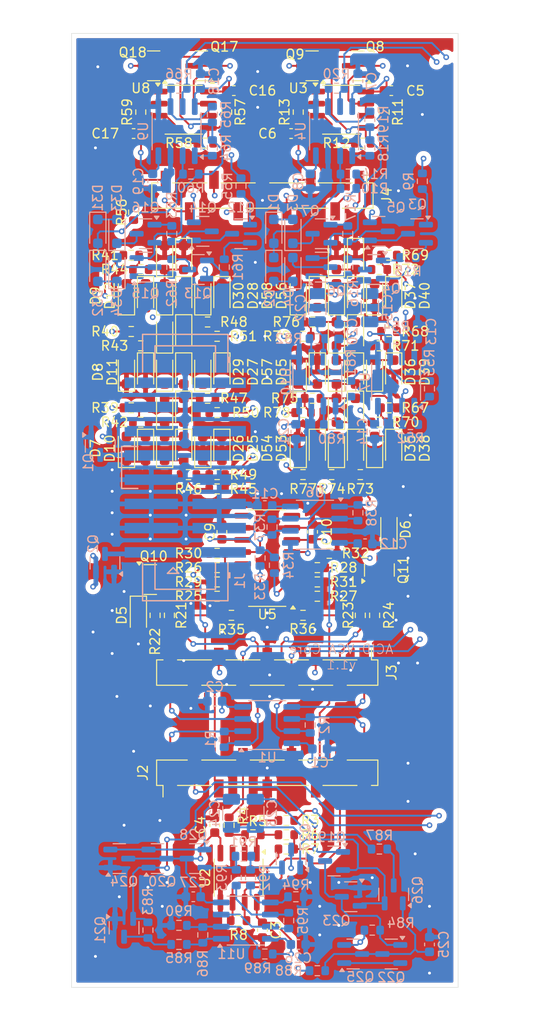
<source format=kicad_pcb>
(kicad_pcb (version 20241229) (generator "pcbnew") (generator_version "9.0")
  (title_block (title "ACID VCA CORE") (date "2025-05-18") (rev "1.1"))
  (layers (0 "F.Cu" signal) (4 "In1.Cu" power) (6 "In2.Cu" power) (2 "B.Cu" signal) (13 "F.Paste" user) (15 "B.Paste" user) (5 "F.SilkS" user "F.Silkscreen") (7 "B.SilkS" user "B.Silkscreen") (1 "F.Mask" user) (3 "B.Mask" user) (25 "Edge.Cuts" user))
  (net 0 "")
  (net 1 "GND")
  (net 3 "Net-(J1-Pin_1)")
  (net 5 "Net-(J1-Pin_10)")
  (net 10 "CV_AN")
  (net 11 "In_B")
  (net 12 "In_A")
  (net 13 "CV_BN")
  (net 14 "Out_A")
  (net 15 "Out_B")
  (net 16 "Out_TNA")
  (net 17 "clip_select_B")
  (net 18 "CV_AP")
  (net 19 "Offset_B")
  (net 20 "CV_BP")
  (net 21 "Offset_A")
  (net 22 "+VDC")
  (net 23 "-VDC")
  (net 24 "clip_select_A")
  (net 25 "Shape_B2")
  (net 26 "Shape_B1")
  (net 27 "Fold_A")
  (net 28 "Fold_B")
  (net 29 "Shape_A1")
  (net 30 "Drive_B")
  (net 31 "Shape_A2")
  (net 32 "Drive_A")
  (net 33 "Net-(C15-Pad1)")
  (net 34 "Net-(Q4-B)")
  (net 35 "Net-(Q4-C)")
  (net 36 "Net-(Q5-C)")
  (net 37 "Net-(C22-Pad1)")
  (net 38 "Net-(Q19-E)")
  (net 39 "Net-(Q22-C)")
  (net 40 "Net-(Q7-B)")
  (net 41 "Net-(D4-A)")
  (net 42 "Net-(D3-K)")
  (net 43 "Net-(Q8-B)")
  (net 44 "Net-(D6-K)")
  (net 45 "Net-(D10-K)")
  (net 46 "Net-(D11-K)")
  (net 47 "Net-(Q10-C)")
  (net 48 "Net-(Q12-E)")
  (net 49 "Net-(Q12-C)")
  (net 50 "Net-(Q12-B)")
  (net 51 "Net-(Q13-B)")
  (net 52 "Net-(Q13-C)")
  (net 53 "Net-(Q14-C)")
  (net 54 "Net-(Q15-B)")
  (net 55 "Net-(Q15-E)")
  (net 56 "Net-(D36-A)")
  (net 57 "Net-(Q16-B)")
  (net 58 "Net-(D13-A)")
  (net 59 "Net-(D1-K)")
  (net 60 "Net-(D1-A)")
  (net 61 "Net-(D2-A)")
  (net 62 "Net-(D5-K)")
  (net 63 "Net-(D12-K)")
  (net 64 "Net-(D13-K)")
  (net 65 "Net-(D14-K)")
  (net 66 "Net-(D25-A)")
  (net 67 "Net-(D15-K)")
  (net 68 "Net-(D16-K)")
  (net 69 "Net-(D17-K)")
  (net 70 "Net-(D28-A)")
  (net 71 "Net-(D31-K)")
  (net 72 "Net-(D27-A)")
  (net 73 "Net-(D31-A)")
  (net 74 "Net-(D32-A)")
  (net 75 "Net-(D33-K)")
  (net 76 "Net-(D35-A)")
  (net 77 "Net-(D34-A)")
  (net 78 "Net-(D37-A)")
  (net 79 "Net-(D41-K)")
  (net 80 "Net-(D42-K)")
  (net 81 "Net-(D41-A)")
  (net 82 "Net-(D43-K)")
  (net 83 "Net-(D45-K)")
  (net 84 "Net-(D44-K)")
  (net 85 "Net-(D53-A)")
  (net 86 "Net-(D55-A)")
  (net 87 "Net-(D56-A)")
  (net 88 "Net-(Q3-E)")
  (net 89 "Net-(Q3-B)")
  (net 90 "Net-(Q3-C)")
  (net 91 "/VCA/cvA")
  (net 92 "/VCA/cvB")
  (net 93 "Net-(Q6-E)")
  (net 94 "/Drive1/Out")
  (net 95 "Net-(U4B--)")
  (net 96 "Net-(U5C-+)")
  (net 97 "Net-(U5C--)")
  (net 98 "Net-(U5A-+)")
  (net 99 "Net-(U5A--)")
  (net 100 "Net-(U5C-DIODE_BIAS)")
  (net 101 "Net-(U5A-DIODE_BIAS)")
  (net 102 "Net-(Q6-B)")
  (net 103 "Net-(Q9-B)")
  (net 104 "Net-(U6A--)")
  (net 105 "/VCA/outA")
  (net 106 "/VCA/outB")
  (net 107 "Net-(U6B--)")
  (net 108 "Net-(U7B--)")
  (net 109 "Net-(Q11-C)")
  (net 110 "Net-(U8A-+)")
  (net 111 "Net-(U9B--)")
  (net 112 "Net-(U10B--)")
  (net 113 "/AGC/In")
  (net 114 "Net-(Q17-B)")
  (net 117 "Net-(Q20-E)")
  (net 118 "Net-(Q18-B)")
  (net 119 "Net-(Q19-C)")
  (net 120 "Net-(Q21-G)")
  (net 121 "Net-(U2A--)")
  (net 122 "Net-(R5-Pad2)")
  (net 123 "Net-(U2B--)")
  (net 124 "Net-(Q22-E)")
  (net 125 "Net-(Q26-D)")
  (net 126 "Net-(Q27-E)")
  (net 127 "Net-(Q28-E)")
  (net 128 "Net-(U3B-+)")
  (net 129 "Net-(U11A--)")
  (net 130 "Net-(U11B-+)")
  (net 131 "Net-(U11B--)")
  (net 132 "Net-(U11A-+)")
  (net 133 "Net-(U3A-+)")
  (net 134 "Net-(R18-Pad1)")
  (net 135 "Net-(R35-Pad2)")
  (net 136 "Net-(R36-Pad2)")
  (net 137 "Net-(R52-Pad2)")
  (net 138 "Net-(U8B-+)")
  (net 139 "Net-(R64-Pad1)")
  (net 140 "Net-(R80-Pad2)")
  (net 141 "Net-(R85-Pad2)")
  (footprint "Diode_SMD:D_SOD-323_HandSoldering" (layer "F.Cu") (at 157.75 85.5 -90)
    (property "Reference" "D11")
    (property "Value" "1N4148")
  )
  (footprint "Diode_SMD:D_SOD-323_HandSoldering" (layer "F.Cu") (at 161.75 77.5 -90)
    (property "Reference" "D17" (hide yes))
    (property "Value" "1N4148")
  )
  (footprint "Diode_SMD:D_SOD-323_HandSoldering" (layer "F.Cu") (at 161.75 85.5 -90)
    (property "Reference" "D15" (hide yes))
    (property "Value" "1N4148")
  )
  (footprint "Diode_SMD:D_SOD-323_HandSoldering" (layer "F.Cu") (at 173.75 85.5 90)
    (property "Reference" "D57")
    (property "Value" "1N4148")
  )
  (footprint "Diode_SMD:D_SOD-323_HandSoldering" (layer "F.Cu") (at 163.75 85.5 90)
    (property "Reference" "D29")
    (property "Value" "1N4148")
  )
  (footprint "Package_SO:SO-8_3.9x4.9mm_P1.27mm" (layer "F.Cu") (at 167.5 138.5 -90)
    (property "Reference" "U2")
    (property "Value" "TL072")
  )
  (footprint "Diode_SMD:D_SOD-323_HandSoldering" (layer "F.Cu") (at 159.75 85.5 90)
    (property "Reference" "D21" (hide yes))
    (property "Value" "1N4148")
  )
  (footprint "Resistor_SMD:R_0603_1608Metric" (layer "F.Cu") (at 158.75 111 90)
    (property "Reference" "R22")
    (property "Value" "12k")
  )
  (footprint "Diode_SMD:D_SOD-323_HandSoldering" (layer "F.Cu") (at 183.75 85.5 -90)
    (property "Reference" "D39")
    (property "Value" "1N4148")
  )
  (footprint "Diode_SMD:D_SOD-323_HandSoldering" (layer "F.Cu") (at 183.75 77.5 -90)
    (property "Reference" "D40")
    (property "Value" "1N4148")
  )
  (footprint "Diode_SMD:D_SOD-323_HandSoldering" (layer "F.Cu") (at 163.75 93.5 90)
    (property "Reference" "D26")
    (property "Value" "1N4148")
  )
  (footprint "Connector_PinSocket_2.54mm:PinSocket_1x09_P2.54mm_Vertical_SMD_Pin1Left" (layer "F.Cu") (at 170.5 127.5 90)
    (property "Reference" "J2")
    (property "Value" "Conn_01x09_Socket")
  )
  (footprint "Package_TO_SOT_SMD:SOT-23" (layer "F.Cu") (at 163.6 53.4 180)
    (property "Reference" "Q17")
    (property "Value" "MMBT3906")
  )
  (footprint "Resistor_SMD:R_0603_1608Metric" (layer "F.Cu") (at 177.25 96.25 180)
    (property "Reference" "R74")
    (property "Value" "1k")
  )
  (footprint "Diode_SMD:D_SOD-323_HandSoldering" (layer "F.Cu") (at 159.75 93.5 90)
    (property "Reference" "D19" (hide yes))
    (property "Value" "1N4148")
  )
  (footprint "Resistor_SMD:R_0603_1608Metric" (layer "F.Cu") (at 160.25 111 90)
    (property "Reference" "R21")
    (property "Value" "4k7")
  )
  (footprint "Connector_PinSocket_2.54mm:PinSocket_1x09_P2.54mm_Vertical_SMD_Pin1Left" (layer "F.Cu") (at 170 67 -90)
    (property "Reference" "J4")
    (property "Value" "Conn_01x09_Socket")
  )
  (footprint "Resistor_SMD:R_0603_1608Metric" (layer "F.Cu") (at 172.5 135.5 180)
    (property "Reference" "R7")
    (property "Value" "1M")
  )
  (footprint "Resistor_SMD:R_0603_1608Metric" (layer "F.Cu") (at 165.25 104.5)
    (property "Reference" "R30")
    (property "Value" "200")
  )
  (footprint "Resistor_SMD:R_0603_1608Metric" (layer "F.Cu") (at 167.5 143)
    (property "Reference" "R8")
    (property "Value" "1M")
  )
  (footprint "Diode_SMD:D_SOD-323_HandSoldering" (layer "F.Cu") (at 177.75 77.5 90)
    (property "Reference" "D51" (hide yes))
    (property "Value" "1N4148")
  )
  (footprint "Resistor_SMD:R_0603_1608Metric" (layer "F.Cu") (at 180.5 61.5 180)
    (property "Reference" "R12")
    (property "Value" "4k3")
  )
  (footprint "Diode_SMD:D_SOD-323_HandSoldering" (layer "F.Cu") (at 175.75 77.5 -90)
    (property "Reference" "D56")
    (property "Value" "1N4148")
  )
  (footprint "Resistor_SMD:R_0603_1608Metric" (layer "F.Cu") (at 181.75 111 90)
    (property "Reference" "R24")
    (property "Value" "12k")
  )
  (footprint "Diode_SMD:D_SOD-323_HandSoldering" (layer "F.Cu") (at 161.75 93.5 -90)
    (property "Reference" "D13" (hide yes))
    (property "Value" "1N4148")
  )
  (footprint "Package_SO:SO-16_3.9x9.9mm_P1.27mm" (layer "F.Cu") (at 170.5 105 180)
    (property "Reference" "U5")
    (property "Value" "LM13700")
  )
  (footprint "Resistor_SMD:R_0603_1608Metric" (layer "F.Cu") (at 157.25 82.75)
    (property "Reference" "R43")
    (property "Value" "1k")
  )
  (footprint "Capacitor_SMD:C_0603_1608Metric" (layer "F.Cu") (at 175.25 102.25 -90)
    (property "Reference" "C10")
    (property "Value" "100nF")
  )
  (footprint "Resistor_SMD:R_0603_1608Metric" (layer "F.Cu") (at 182.75 58.25 -90)
    (property "Reference" "R11")
    (property "Value" "100k")
  )
  (footprint "Resistor_SMD:R_0603_1608Metric" (layer "F.Cu") (at 175.75 107.5)
    (property "Reference" "R31")
    (property "Value" "200")
  )
  (footprint "Diode_SMD:D_SOD-323_HandSoldering" (layer "F.Cu") (at 183.25 102 90)
    (property "Reference" "D6")
    (property "Value" "1N4148")
  )
  (footprint "Resistor_SMD:R_0603_1608Metric" (layer "F.Cu") (at 156.25 81.25)
    (property "Reference" "R40")
    (property "Value" "100k")
  )
  (footprint "Resistor_SMD:R_0603_1608Metric" (layer "F.Cu") (at 165.25 81.75)
    (property "Reference" "R51")
    (property "Value" "100k")
  )
  (footprint "Package_TO_SOT_SMD:SOT-23" (layer "F.Cu") (at 180 53.4 180)
    (property "Reference" "Q8")
    (property "Value" "MMBT3906")
  )
  (footprint "Capacitor_SMD:C_0603_1608Metric" (layer "F.Cu") (at 165 133 -90)
    (property "Reference" "C4")
    (property "Value" "100nF")
  )
  (footprint "Resistor_SMD:R_0603_1608Metric" (layer "F.Cu") (at 182.25 82.75 180)
    (property "Reference" "R71")
    (property "Value" "1k")
  )
  (footprint "Package_TO_SOT_SMD:SOT-23" (layer "F.Cu") (at 158.6 53.4 180)
    (property "Reference" "Q18")
    (property "Value" "MMBT3904")
  )
  (footprint "Resistor_SMD:R_0603_1608Metric" (layer "F.Cu") (at 174.25 81.75 180)
    (property "Reference" "R79")
    (property "Value" "100k")
  )
  (footprint "Diode_SMD:D_SOD-323_HandSoldering" (layer "F.Cu") (at 175.75 85.5 -90)
    (property "Reference" "D55")
    (property "Value" "1N4148")
  )
  (footprint "Resistor_SMD:R_0603_1608Metric" (layer "F.Cu") (at 175.75 106 180)
    (property "Reference" "R28")
    (property "Value" "47k")
  )
  (footprint "Diode_SMD:D_SOD-323_HandSoldering" (layer "F.Cu") (at 157.75 77.5 -90)
    (property "Reference" "D12")
    (property "Value" "1N4148")
  )
  (footprint "Resistor_SMD:R_0603_1608Metric" (layer "F.Cu") (at 156.25 73.25)
    (property "Reference" "R41")
    (property "Value" "100k")
  )
  (footprint "Resistor_SMD:R_0603_1608Metric" (layer "F.Cu") (at 165.25 107.5 180)
    (property "Reference" "R29")
    (property "Value" "200")
  )
  (footprint "Diode_SMD:D_SOD-323_HandSoldering" (layer "F.Cu") (at 157 111 -90)
    (property "Reference" "D5")
    (property "Value" "1N4148")
  )
  (footprint "Resistor_SMD:R_0603_1608Metric" (layer "F.Cu") (at 169 134)
    (property "Reference" "R5")
    (property "Value" "100k")
  )
  (footprint "Diode_SMD:D_SOD-323_HandSoldering" (layer "F.Cu") (at 183.75 93.5 -90)
    (property "Reference" "D38")
    (property "Value" "1N4148")
  )
  (footprint "Resistor_SMD:R_0603_1608Metric" (layer "F.Cu") (at 166.5 133 90)
    (property "Reference" "R4")
    (property "Value" "100k")
  )
  (footprint "Diode_SMD:D_SOD-323_HandSoldering" (layer "F.Cu") (at 159.75 89.5 90)
    (property "Reference" "D20" (hide yes))
    (property "Value" "1N4148")
  )
  (footprint "Connector_PinSocket_2.54mm:PinSocket_1x09_P2.54mm_Vertical_SMD_Pin1Left" (layer "F.Cu") (at 170.5 117 -90)
    (property "Reference" "J3")
    (property "Value" "Conn_01x09_Socket")
  )
  (footprint "Resistor_SMD:R_0603_1608Metric" (layer "F.Cu") (at 180.25 96.25 180)
    (property "Reference" "R73")
    (property "Value" "200")
  )
  (footprint "Resistor_SMD:R_0603_1608Metric" (layer "F.Cu") (at 165.25 89.75)
    (property "Reference" "R50")
    (property "Value" "100k")
  )
  (footprint "Resistor_SMD:R_0603_1608Metric" (layer "F.Cu") (at 165.25 106)
    (property "Reference" "R26")
    (property "Value" "47k")
  )
  (footprint "Diode_SMD:D_SOD-323_HandSoldering" (layer "F.Cu") (at 177.75 73.5 90)
    (property "Reference" "D52" (hide yes))
    (property "Value" "1N4148")
  )
  (footprint "Resistor_SMD:R_0603_1608Metric" (layer "F.Cu") (at 172.5 132.5 180)
    (property "Reference" "R3")
    (property "Value" "100k")
  )
  (footprint "Resistor_SMD:R_0603_1608Metric" (layer "F.Cu") (at 180.25 111 90)
    (property "Reference" "R23")
    (property "Value" "4k7")
  )
  (footprint "Diode_SMD:D_SOD-323_HandSoldering" (layer "F.Cu") (at 175.75 93.5 -90)
    (property "Reference" "D53")
    (property "Value" "1N4148")
  )
  (footprint "Resistor_SMD:R_0603_1608Metric" (layer "F.Cu") (at 183.25 89.25 180)
    (property "Reference" "R67")
    (property "Value" "100k")
  )
  (footprint "Diode_SMD:D_SOD-323_HandSoldering" (layer "F.Cu") (at 181.75 93.5 90)
    (property "Reference" "D35")
    (property "Value" "1N4148")
  )
  (footprint "Resistor_SMD:R_0603_1608Metric" (layer "F.Cu") (at 175.25 88.25 180)
    (property "Reference" "R75")
    (property "Value" "1k")
  )
  (footprint "Resistor_SMD:R_0603_1608Metric" (layer "F.Cu") (at 157.25 58.25 90)
    (property "Reference" "R59")
    (property "Value" "100k")
  )
  (footprint "Resistor_SMD:R_0603_1608Metric" (layer "F.Cu") (at 165.25 96.25)
    (property "Reference" "R49")
    (property "Value" "100k")
  )
  (footprint "Diode_SMD:D_SOD-323_HandSoldering" (layer "F.Cu") (at 179.75 73.5 -90)
    (property "Reference" "D46" (hide yes))
    (property "Value" "1N4148")
  )
  (footprint "Diode_SMD:D_SOD-323_HandSoldering" (layer "F.Cu") (at 165.75 85.5 -90)
    (property "Reference" "D27")
    (property "Value" "1N4148")
  )
  (footprint "Diode_SMD:D_SOD-323_HandSoldering" (layer "F.Cu") (at 177.75 93.5 90)
    (property "Reference" "D47" (hide yes))
    (property "Value" "1N4148")
  )
  (footprint "Diode_SMD:D_SOD-323_HandSoldering" (layer "F.Cu") (at 155.75 93.5 90)
    (property "Reference" "D7")
    (property "Value" "1N4148")
  )
  (footprint "Diode_SMD:D_SOD-323_HandSoldering" (layer "F.Cu") (at 159.75 73.5 90)
    (property "Reference" "D24" (hide yes))
    (property "Value" "1N4148")
  )
  (footprint "Diode_SMD:D_SOD-323_HandSoldering" (layer "F.Cu") (at 157.75 93.5 -90)
    (property "Reference" "D10")
    (property "Value" "1N4148")
  )
  (footprint "Diode_SMD:D_SOD-323_HandSoldering" (layer "F.Cu") (at 181.75 85.5 90)
    (property "Reference" "D36")
    (property "Value" "1N4148")
  )
  (footprint "Capacitor_SMD:C_0603_1608Metric" (layer "F.Cu") (at 156.5 60.5)
    (property "Reference" "C17")
    (property "Value" "100nF")
  )
  (footprint "Resistor_SMD:R_0603_1608Metric" (layer "F.Cu") (at 165.25 109 180)
    (property "Reference" "R25")
    (property "Value" "NC")
  )
  (footprint "Resistor_SMD:R_0603_1608Metric" (layer "F.Cu") (at 164 61.5 180)
    (property "Reference" "R58")
    (property "Value" "4k3")
  )
  (footprint "Package_TO_SOT_SMD:SOT-23" (layer "F.Cu") (at 175.2 53.4 180)
    (property "Reference" "Q9")
    (property "Value" "MMBT3904")
  )
  (footprint "Diode_SMD:D_SOD-323_HandSoldering" (layer "F.Cu") (at 179.75 85.5 -90)
    (property "Reference" "D43" (hide yes))
    (property "Value" "1N4148")
  )
  (footprint "Diode_SMD:D_SOD-323_HandSoldering" (layer "F.Cu") (at 173.75 93.5 90)
    (property "Reference" "D54")
    (property "Value" "1N4148")
  )
  (footprint "Diode_SMD:D_SOD-323_HandSoldering" (layer "F.Cu") (at 159.75 81.5 90)
    (property "Reference" "D22" (hide yes))
    (property "Value" "1N4148")
  )
  (footprint "Diode_SMD:D_SOD-323_HandSoldering" (layer "F.Cu") (at 177.75 81.5 90)
    (property "Reference" "D50" (hide yes))
    (property "Value" "1N4148")
  )
  (footprint "Resistor_SMD:R_0603_1608Metric" (layer "F.Cu") (at 156.5 68.75 -90)
    (property "Reference" "R56")
    (property "Value" "100k")
  )
  (footprint "Resistor_SMD:R_0603_1608Metric" (layer "F.Cu") (at 157.25 74.75)
    (property "Reference" "R44")
    (property "Value" "1k")
  )
  (footprint "Resistor_SMD:R_0603_1608Metric" (layer "F.Cu") (at 175.75 109)
    (property "Reference" "R27")
    (property "Value" "NC")
  )
  (footprint "Resistor_SMD:R_0603_1608Metric" (layer "F.Cu") (at 177 104.5 180)
    (property "Reference" "R32")
    (property "Value" "200")
  )
  (footprint "Resistor_SMD:R_0603_1608Metric" (layer "F.Cu") (at 182.25 74.75 180)
    (property "Reference" "R72")
    (property "Value" "1k")
  )
  (footprint "Diode_SMD:D_SOD-323_HandSoldering" (layer "F.Cu") (at 181.75 77.5 90)
    (property "Reference" "D37")
    (property "Value" "1N4148")
  )
  (footprint "Capacitor_SMD:C_0603_1608Metric" (layer "F.Cu") (at 167 56)
    (property "Reference" "C16")
    (property "Value" "100nF")
  )
  (footprint "Diode_SMD:D_SOD-323_HandSoldering" (layer "F.Cu") (at 177.75 89.5 90)
    (property "Reference" "D48" (hide yes))
    (property "Value" "1N4148")
  )
  (footprint "Package_TO_SOT_SMD:SOT-23" (layer "F.Cu") (at 182.25 106.25 90)
    (property "Reference" "Q11")
    (property "Value" "MMBT3906")
  )
  (footprint "Diode_SMD:D_SOD-323_HandSoldering" (layer "F.Cu") (at 161.75 89.5 -90)
    (property "Reference" "D14" (hide yes))
    (property "Value" "1N4148")
  )
  (footprint "Resistor_SMD:R_0603_1608Metric" (layer "F.Cu") (at 172.5 134)
    (property "Reference" "R6")
    (property "Value" "1k")
  )
  (footprint "Resistor_SMD:R_0603_1608Metric" (layer "F.Cu") (at 156.25 89.25)
    (property "Reference" "R39")
    (property "Value" "100k")
  )
  (footprint "Resistor_SMD:R_0603_1608Metric" (layer "F.Cu") (at 183.25 73.25 180)
    (property "Reference" "R69")
    (property "Value" "100k")
  )
  (footprint "Resistor_SMD:R_0603_1608Metric" (layer "F.Cu") (at 166.25 58.25 -90)
    (property "Reference" "R57")
    (property "Value" "100k")
  )
  (footprint "Resistor_SMD:R_0603_1608Metric" (layer "F.Cu") (at 174.25 89.75 180)
    (property "Reference" "R78")
    (property "Value" "100k")
  )
  (footprint "Resistor_SMD:R_0603_1608Metric" (layer "F.Cu") (at 174.25 96.25 180)
    (property "Reference" "R77")
    (property "Value" "100k")
  )
  (footprint "Resistor_SMD:R_0603_1608Metric" (layer "F.Cu") (at 166.75 111)
    (property "Reference" "R35")
    (property "Value" "39k")
  )
  (footprint "Diode_SMD:D_SOD-323_HandSoldering" (layer "F.Cu") (at 179.75 77.5 -90)
    (property "Reference" "D45" (hide yes))
    (property "Value" "1N4148")
  )
  (footprint "Resistor_SMD:R_0603_1608Metric" (layer "F.Cu") (at 162.25 96.25)
    (property "Reference" "R46")
    (property "Value" "1k")
  )
  (footprint "Diode_SMD:D_SOD-323_HandSoldering" (layer "F.Cu") (at 179.75 81.5 -90)
    (property "Reference" "D44" (hide yes))
    (property "Value" "1N4148")
  )
  (footprint "Resistor_SMD:R_0603_1608Metric" (layer "F.Cu") (at 157.25 90.75)
    (property "Reference" "R42")
    (property "Value" "1k")
  )
  (footprint "Diode_SMD:D_SOD-323_HandSoldering" (layer "F.Cu") (at 155.75 85.5 90)
    (property "Reference" "D8")
    (property "Value" "1N4148")
  )
  (footprint "Resistor_SMD:R_0603_1608Metric" (layer "F.Cu") (at 182.25 90.75 180)
    (property "Reference" "R70")
    (property "Value" "1k")
  )
  (footprint "Diode_SMD:D_SOD-323_HandSoldering" (layer "F.Cu") (at 161.75 73.5 -90)
    (property "Reference" "D18" (hide yes))
    (property "Value" "1N4148")
  )
  (footprint "Diode_SMD:D_SOD-323_HandSoldering" (layer "F.Cu") (at 165.75 93.5 -90)
    (property "Reference" "D25")
    (property "Value" "1N4148")
  )
  (footprint "Resistor_SMD:R_0603_1608Metric" (layer "F.Cu") (at 164.25 80.25)
    (property "Reference" "R48")
    (property "Value" "1k")
  )
  (footprint "Resistor_SMD:R_0603_1608Metric" (layer "F.Cu") (at 175.25 80.25 180)
    (property "Reference" "R76")
    (property "Value" "1k")
  )
  (footprint "Resistor_SMD:R_0603_1608Metric" (layer "F.Cu") (at 164.25 88.25)
    (property "Reference" "R47")
    (property "Value" "1k")
  )
  (footprint "Diode_SMD:D_SOD-323_HandSoldering" (layer "F.Cu") (at 177.75 85.5 90)
    (property "Reference" "D49" (hide yes))
    (property "Value" "1N4148")
  )
  (footprint "Diode_SMD:D_SOD-323_HandSoldering" (layer "F.Cu") (at 159.75 77.5 90)
    (property "Reference" "D23" (hide yes))
    (property "Value" "1N4148")
  )
  (footprint "Capacitor_SMD:C_0603_1608Metric" (layer "F.Cu") (at 170 144 -90)
    (property "Reference" "C3")
    (property "Value" "100nF")
  )
  (footprint "Capacitor_SMD:C_0603_1608Metric" (layer "F.Cu") (at 165.75 102.25 90)
    (property "Reference" "C9")
    (property "Value" "100nF")
  )
  (footprint "Resistor_SMD:R_0603_1608Metric" (layer "F.Cu") (at 173.75 58.25 90)
    (property "Reference" "R13")
    (property "Value" "100k")
  )
  (footprint "Diode_SMD:D_SOD-323_HandSoldering" (layer "F.Cu") (at 163.75 77.5 90)
    (property "Reference" "D30")
    (property "Value" "1N4148")
  )
  (footprint "Resistor_SMD:R_0603_1608Metric" (layer "F.Cu") (at 183.25 81.25 180)
    (property "Reference" "R68")
    (property "Value" "100k")
  )
  (footprint "Resistor_SMD:R_0603_1608Metric" (layer "F.Cu") (at 174.25 111 180)
    (property "Reference" "R36")
    (property "Value" "39k")
  )
  (footprint "Package_TO_SOT_SMD:SOT-23" (layer "F.Cu") (at 158.25 107.25)
    (property "Reference" "Q10")
    (property "Value" "MMBT3906")
  )
  (footprint "Capacitor_SMD:C_0603_1608Metric" (layer "F.Cu") (at 183.5 56)
    (property "Reference" "C5")
    (property "Value" "100nF")
  )
  (footprint "Diode_SMD:D_SOD-323_HandSoldering" (layer "F.Cu") (at 161.75 81.5 -90)
    (property "Reference" "D16" (hide yes))
    (property "Value" "1N4148")
  )
  (footprint "Package_SO:SO-8_3.9x4.9mm_P1.27mm" (layer "F.Cu") (at 178.25 58)
    (property "Reference" "U3")
    (property "Value" "TL072")
  )
  (footprint "Resistor_SMD:R_0603_1608Metric" (layer "F.Cu") (at 165.25 97.75 180)
    (property "Reference" "R45")
    (property "Value" "200")
  )
  (footprint "Diode_SMD:D_SOD-323_HandSoldering" (layer "F.Cu") (at 165.75 77.5 -90)
    (property "Reference" "D28")
    (property "Value" "1N4148")
  )
  (footprint "Diode_SMD:D_SOD-323_HandSoldering" (layer "F.Cu") (at 179.75 89.5 -90)
    (property "Reference" "D42" (hide yes))
    (property "Value" "1N4148")
  )
  (footprint "Capacitor_SMD:C_0603_1608Metric" (layer "F.Cu") (at 173 60.5)
    (property "Reference" "C6")
    (property "Value" "100nF")
  )
  (footprint "Package_SO:SO-8_3.9x4.9mm_P1.27mm" (layer "F.Cu") (at 161.75 58)
    (property "Reference" "U8")
    (property "Value" "TL072")
  )
  (footprint "Diode_SMD:D_SOD-323_HandSoldering" (layer "F.Cu") (at 155.75 77.5 90)
    (property "Reference" "D9")
    (property "Value" "1N4148")
  )
  (footprint "Diode_SMD:D_SOD-323_HandSoldering" (layer "F.Cu") (at 173.75 77.5 90)
    (property "Reference" "D58")
    (property "Value" "1N4148")
  )
  (footprint "Diode_SMD:D_SOD-323_HandSoldering" (layer "F.Cu") (at 179.75 93.5 -90)
    (property "Reference" "D41" (hide yes))
    (property "Value" "1N4148")
  )
  (footprint "Capacitor_SMD:C_0603_1608Metric" (layer "B.Cu") (at 180.75 103.5 180)
    (property "Reference" "C12")
    (property "Value" "100nF")
  )
  (footprint "Diode_SMD:D_SOD-323_HandSoldering" (layer "B.Cu") (at 171.1875 74.75 -90)
    (property "Reference" "D2")
    (property "Value" "1N4148")
  )
  (footprint "Package_TO_SOT_SMD:SOT-23" (layer "B.Cu") (at 159 136.5)
    (property "Reference" "Q20")
    (property "Value" "MMBT3906")
  )
  (footprint "Package_TO_SOT_SMD:SOT-23" (layer "B.Cu") (at 173 136.5 90)
    (property "Reference" "Q27")
    (property "Value" "MMBT3904")
  )
  (footprint "Resistor_SMD:R_0603_1608Metric" (layer "B.Cu") (at 166 74.5 90)
    (property "Reference" "R61")
    (property "Value" "20k")
  )
  (footprint "Resistor_SMD:R_0603_1608Metric" (layer "B.Cu") (at 161.25 145.5)
    (property "Reference" "R85")
    (property "Value" "1M")
  )
  (footprint "Package_TO_SOT_SMD:SOT-23" (layer "B.Cu") (at 182.1875 70.75)
    (property "Reference" "Q5")
    (property "Value" "MMBT3906")
  )
  (footprint "Resistor_SMD:R_0603_1608Metric" (layer "B.Cu") (at 179 64.75)
    (property "Reference" "R14")
    (property "Value" "200k")
  )
  (footprint "Package_SO:SO-8_3.9x4.9mm_P1.27mm" (layer "B.Cu") (at 161 60.25 90)
    (property "Reference" "U9")
    (property "Value" "TL072")
  )
  (footprint "Resistor_SMD:R_0603_1608Metric" (layer "B.Cu") (at 175 122.5 -90)
    (property "Reference" "R2")
    (property "Value" "100k")
  )
  (footprint "Resistor_SMD:R_0603_1608Metric" (layer "B.Cu") (at 179 66.25 180)
    (property "Reference" "R10")
    (property "Value" "100k")
  )
  (footprint "Package_SO:SO-8_3.9x4.9mm_P1.27mm" (layer "B.Cu") (at 170.5 122.5)
    (property "Reference" "U1")
    (property "Value" "TL072")
  )
  (footprint "Resistor_SMD:R_0603_1608Metric" (layer "B.Cu") (at 181.25 59 90)
    (property "Reference" "R19")
    (property "Value" "18k")
  )
  (footprint "Resistor_SMD:R_0603_1608Metric" (layer "B.Cu") (at 171.25 105.75 -90)
    (property "Reference" "R34")
    (property "Value" "NC")
  )
  (footprint "Package_TO_SOT_SMD:SOT-23" (layer "B.Cu") (at 157.75 71 180)
    (property "Reference" "Q16")
    (property "Value" "MMBT3904")
  )
  (footprint "Resistor_SMD:R_0603_1608Metric" (layer "B.Cu") (at 185.5 91)
    (property "Reference" "R52")
    (property "Value" "100k")
  )
  (footprint "Package_SO:SO-8_3.9x4.9mm_P1.27mm" (layer "B.Cu") (at 175.5 101.5 180)
    (property "Reference" "U6")
    (property "Value" "TL072")
  )
  (footprint "Resistor_SMD:R_0603_1608Metric" (layer "B.Cu") (at 177.75 55.75)
    (property "Reference" "R20")
    (property "Value" "100k")
  )
  (footprint "Package_TO_SOT_SMD:SOT-23" (layer "B.Cu") (at 153 93.25 -90)
    (property "Reference" "Q1")
    (property "Value" "DMP3099")
  )
  (footprint "Package_TO_SOT_SMD:SOT-23" (layer "B.Cu") (at 186.1875 71 180)
    (property "Reference" "Q3")
    (property "Value" "MMBT3904")
  )
  (footprint "Capacitor_SMD:C_0603_1608Metric" (layer "B.Cu") (at 165 120)
    (property "Reference" "C2")
    (property "Value" "100nF")
  )
  (footprint "Resistor_SMD:R_0603_1608Metric" (layer "B.Cu") (at 167.75 66 -90)
    (property "Reference" "R55")
    (property "Value" "10k")
  )
  (footprint "Package_TO_SOT_SMD:SOT-23" (layer "B.Cu") (at 179.25 140.5 180)
    (property "Reference" "Q23")
    (property "Value" "MMBT3904")
  )
  (footprint "Resistor_SMD:R_0603_1608Metric" (layer "B.Cu") (at 163.75 144.5 90)
    (property "Reference" "R86")
    (property "Value" "1M")
  )
  (footprint "Capacitor_SMD:C_0603_1608Metric" (layer "B.Cu") (at 181.75 91.75 90)
    (property "Reference" "C14")
    (property "Value" "100nF")
  )
  (footprint "Package_TO_SOT_SMD:SOT-23" (layer "B.Cu") (at 181.6875 74.75 180)
    (property "Reference" "Q4")
    (property "Value" "MMBT3904")
  )
  (footprint "Package_TO_SOT_SMD:SOT-23" (layer "B.Cu") (at 179.5 146.5)
    (property "Reference" "Q25")
    (property "Value" "MMBT3906")
  )
  (footprint "Capacitor_SMD:C_0603_1608Metric" (layer "B.Cu") (at 158.5 65.5 90)
    (property "Reference" "C19")
    (property "Value" "100nF")
  )
  (footprint "Resistor_SMD:R_0603_1608Metric" (layer "B.Cu") (at 173.5 140.5 180)
    (property "Reference" "R94")
    (property "Value" "100k")
  )
  (footprint "Diode_SMD:D_SOD-323_HandSoldering" (layer "B.Cu") (at 152.75 74.75 -90)
    (property "Reference" "D32")
    (property "Value" "1N4148")
  )
  (footprint "Resistor_SMD:R_0603_1608Metric" (layer "B.Cu") (at 182.25 135.5 180)
    (property "Reference" "R87")
    (property "Value" "100k")
  )
  (footprint "Capacitor_SMD:C_0603_1608Metric" (layer "B.Cu") (at 180 55 90)
    (property "Reference" "C7")
    (property "Value" "100nF")
  )
  (footprint "Resistor_SMD:R_0603_1608Metric" (layer "B.Cu") (at 162.5 64.75)
    (property "Reference" "R60")
    (property "Value" "200k")
  )
  (footprint "Resistor_SMD:R_0603_1608Metric" (layer "B.Cu") (at 172.75 143 -90)
    (property "Reference" "R95")
    (property "Value" "100k")
  )
  (footprint "Capacitor_SMD:C_1206_3216Metric" (layer "B.Cu") (at 181.25 78.75 90)
    (property "Reference" "C15")
    (property "Value" "470n C0G")
  )
  (footprint "Capacitor_SMD:C_0603_1608Metric" (layer "B.Cu") (at 187.5 145.5 90)
    (property "Reference" "C25")
    (property "Value" "100nF")
  )
  (footprint "Package_TO_SOT_SMD:SOT-23" (layer "B.Cu") (at 155 136.5)
    (property "Reference" "Q24")
    (property "Value" "MMBT3906")
  )
  (footprint "Resistor_SMD:R_0603_1608Metric" (layer "B.Cu") (at 168 136.25 180)
    (property "Reference" "R91")
    (property "Value" "1M")
  )
  (footprint "Resistor_SMD:R_0603_1608Metric" (layer "B.Cu") (at 179.25 87.25 90)
    (property "Reference" "R81")
    (property "Value" "100k")
  )
  (footprint "Resistor_SMD:R_0603_1608Metric" (layer "B.Cu") (at 178.9375 71 -90)
    (property "Reference" "R17")
    (property "Value" "10k")
  )
  (footprint "Diode_SMD:D_SOD-323_HandSoldering" (layer "B.Cu") (at 154.75 70.75 90)
    (property "Reference" "D33")
    (property "Value" "1N4148")
  )
  (footprint "Capacitor_SMD:C_0603_1608Metric" (layer "B.Cu") (at 173.5 91.75 90)
    (property "Reference" "C21")
    (property "Value" "100nF")
  )
  (footprint "Resistor_SMD:R_0603_1608Metric" (layer "B.Cu") (at 185.25 73.5)
    (property "Reference" "R15")
    (property "Value" "20k")
  )
  (footprint "Capacitor_SMD:C_0603_1608Metric" (layer "B.Cu") (at 186.25 81.25 90)
    (property "Reference" "C13")
    (property "Value" "100nF")
  )
  (footprint "Package_TO_SOT_SMD:SOT-23" (layer "B.Cu") (at 163.25 74.75 180)
    (property "Reference" "Q13")
    (property "Value" "MMBT3904")
  )
  (footprint "Capacitor_SMD:C_0603_1608Metric" (layer "B.Cu") (at 178 81.25 90)
    (property "Reference" "C20")
    (property "Value" "100nF")
  )
  (footprint "Resistor_SMD:R_0603_1608Metric" (layer "B.Cu") (at 186.75 65.5 -90)
    (property "Reference" "R9")
    (property "Value" "10k")
  )
  (footprint "Capacitor_SMD:C_0603_1608Metric" (layer "B.Cu") (at 176 125)
    (property "Reference" "C1")
    (property "Value" "100nF")
  )
  (footprint "Diode_SMD:D_SOD-323_HandSoldering" (layer "B.Cu") (at 173.1875 74.75 90)
    (property "Reference" "D4")
    (property "Value" "1N4148")
  )
  (footprint "Capacitor_SMD:C_1206_3216Metric" (layer "B.Cu") (at 169.25 131.75 90)
    (property "Reference" "C23")
    (property "Value" "470n C0G")
  )
  (footprint "Package_TO_SOT_SMD:SOT-23" (layer "B.Cu") (at 176.1875 71 180)
    (property "Reference" "Q7")
    (property "Value" "MMBT3904")
  )
  (footprint "Resistor_SMD:R_0603_1608Metric" (layer "B.Cu") (at 170.25 146.5 180)
    (property "Reference" "R89")
    (property "Value" "30k")
  )
  (footprint "Resistor_SMD:R_0603_1608Metric" (layer "B.Cu") (at 168.75 138.5 -90)
    (property "Reference" "R92")
    (property "Value" "100k")
  )
  (footprint "Diode_SMD:D_SOD-323_HandSoldering" (layer "B.Cu") (at 171.1875 70.75 -90)
    (property "Reference" "D1")
    (property "Value" "1N4148")
  )
  (footprint "Package_TO_SOT_SMD:SOT-23" (layer "B.Cu") (at 163 136.5 180)
    (property "Reference" "Q28")
    (property "Value" "MMBT3906")
  )
  (footprint "Resistor_SMD:R_0603_1608Metric" (layer "B.Cu") (at 180 100.25 90)
    (property "Reference" "R38")
    (property "Value" "51k")
  )
  (footprint "Capacitor_SMD:C_0603_1608Metric" (layer "B.Cu") (at 170.25 99.5 180)
    (property "Reference" "C11")
    (property "Value" "100nF")
  )
  (footprint "Capacitor_SMD:C_0603_1608Metric" (layer "B.Cu") (at 175 65.5 90)
    (property "Reference" "C8")
    (property "Value" "100nF")
  )
  (footprint "Resistor_SMD:R_0603_1608Metric" (layer "B.Cu") (at 175.75 148.25 180)
    (property "Reference" "R88")
    (property "Value" "1M2")
  )
  (footprint "Diode_SMD:D_SOD-323_HandSoldering" (layer "B.Cu") (at 152.75 70.75 -90)
    (property "Reference" "D31")
    (property "Value" "1N4148")
  )
  (footprint "Resistor_SMD:R_0603_1608Metric" (layer "B.Cu") (at 167.25 138.5 -90)
    (property "Reference" "R93")
    (property "Value" "100k")
  )
  (footprint "Package_TO_SOT_SMD:SOT-23" (layer "B.Cu") (at 177.5 136.75 180)
    (property "Reference" "Q19")
    (property "Value" "MMBT3904")
  )
  (footprint "Package_TO_SOT_SMD:SOT-23" (layer "B.Cu") (at 183.5 146.5 180)
    (property "Reference" "Q22")
    (property "Value" "MMBT3906")
  )
  (footprint "Diode_SMD:D_SOD-323_HandSoldering" (layer "B.Cu") (at 154.75 74.75 90)
    (property "Reference" "D34")
    (property "Value" "1N4148")
  )
  (footprint "Resistor_SMD:R_0603_1608Metric" (layer "B.Cu") (at 171 101.75 90)
    (property "Reference" "R37")
    (property "Value" "51k")
  )
  (footprint "Resistor_SMD:R_0603_1608Metric" (layer "B.Cu") (at 160.5 71 -90)
    (property "Reference" "R63")
    (property "Value" "10k")
  )
  (footprint "Resistor_SMD:R_0603_1608Metric" (layer "B.Cu") (at 158 144 -90)
    (property "Reference" "R83")
    (property "Value" "1M")
  )
  (footprint "Package_SO:SO-8_3.9x4.9mm_P1.27mm" (layer "B.Cu") (at 184 86.5 90)
    (property "Reference" "U7")
    (property "Value" "TL072")
  )
  (footprint "Capacitor_SMD:C_0603_1608Metric" (layer "B.Cu") (at 173.75 145.5)
    (property "Reference" "C26")
    (property "Value" "100nF")
  )
  (footprint "Custom:Header_2x8_Shrouded_SMD" (layer "B.Cu") (at 160.6396 104.4 90)
    (property "Reference" "J1")
    (property "Value" "Conn_02x08_Odd_Even")
  )
  (footprint "Package_TO_SOT_SMD:SOT-23" (layer "B.Cu") (at 167.75 71 180)
    (property "Reference" "Q12")
    (property "Value" "MMBT3904")
  )
  (footprint "Resistor_SMD:R_0603_1608Metric" (layer "B.Cu") (at 178.9375 74.5 -90)
    (property "Reference" "R16")
    (property "Value" "10k")
  )
  (footprint "Resistor_SMD:R_0603_1608Metric" (layer "B.Cu") (at 161.25 55.75)
    (property "Reference" "R66")
    (property "Value" "100k")
  )
  (footprint "Package_SO:SO-8_3.9x4.9mm_P1.27mm" (layer "B.Cu") (at 175.75 86.5 90)
    (property "Reference" "U10")
    (property "Value" "TL072")
  )
  (footprint "Resistor_SMD:R_0603_1608Metric" (layer "B.Cu") (at 160.5 74.5 -90)
    (property "Reference" "R62")
    (property "Value" "10k")
  )
  (footprint "Package_SO:SO-8_3.9x4.9mm_P1.27mm" (layer "B.Cu") (at 168.25 143)
    (property "Reference" "U11")
    (property "Value" "TL072")
  )
  (footprint "Capacitor_SMD:C_0603_1608Metric" (layer "B.Cu") (at 163.5 55 90)
    (property "Reference" "C18")
    (property "Value" "100nF")
  )
  (footprint "Package_SO:SO-8_3.9x4.9mm_P1.27mm" (layer "B.Cu") (at 177.5 60.25 90)
    (property "Reference" "U4")
    (property "Value" "TL072")
  )
  (footprint "Resistor_SMD:R_0603_1608Metric" (layer "B.Cu") (at 166 124 -90)
    (property "Reference" "R1")
    (property "Value" "100k")
  )
  (footprint "Resistor_SMD:R_0603_1608Metric" (layer "B.Cu") (at 169.75 105 -90)
    (property "Reference" "R33")
    (property "Value" "NC")
  )
  (footprint "Package_TO_SOT_SMD:SOT-23" (layer "B.Cu") (at 153.5 105.5 90)
    (property "Reference" "Q2")
    (property "Value" "DMN6075")
  )
  (footprint "Resistor_SMD:R_0603_1608Metric" (layer "B.Cu") (at 175.75 82)
    (property "Reference" "R82")
    (property "Value" "1M5")
  )
  (footprint "Package_TO_SOT_SMD:SOT-23" (layer "B.Cu") (at 157.75 74.5)
    (property "Reference" "Q15")
    (property "Value" "MMBT3906")
  )
  (footprint "Resistor_SMD:R_0603_1608Metric" (layer "B.Cu") (at 161.25 143.5 180)
    (property "Reference" "R90")
    (property "Value" "12k")
  )
  (footprint "Package_TO_SOT_SMD:SOT-23" (layer "B.Cu") (at 155.5 143.75 -90)
    (property "Reference" "Q21")
    (property "Value" "MMBFJ113")
  )
  (footprint "Resistor_SMD:R_0603_1608Metric" (layer "B.Cu") (at 177.25 91)
    (property "Reference" "R80")
    (property "Value" "100k")
  )
  (footprint "Capacitor_SMD:C_0603_1608Metric" (layer "B.Cu") (at 162.75 140.5)
    (property "Reference" "C27")
    (property "Value" "100nF")
  )
  (footprint "Diode_SMD:D_SOD-323_HandSoldering" (layer "B.Cu") (at 173.1875 70.75 90)
    (property "Reference" "D3")
    (property "Value" "1N4148")
  )
  (footprint "Capacitor_SMD:C_1206_3216Metric" (layer "B.Cu") (at 166.75 131.75 90)
    (property "Reference" "C24")
    (property "Value" "470n C0G")
  )
  (footprint "Package_TO_SOT_SMD:SOT-23" (layer "B.Cu") (at 163.75 70.75)
    (property "Reference" "Q14")
    (property "Value" "MMBT3906")
  )
  (footprint "Resistor_SMD:R_0603_1608Metric" (layer "B.Cu") (at 181.25 62 90)
    (property "Reference" "R18")
    (property "Value" "2k")
  )
  (footprint "Capacitor_SMD:C_1206_3216Metric" (layer "B.Cu") (at 175.75 78.75 90)
    (property "Reference" "C22")
    (property "Value" "470n C0G")
  )
  (footprint "Package_TO_SOT_SMD:SOT-23" (layer "B.Cu") (at 183.75 140.25 90)
    (property "Reference" "Q26")
    (property "Value" "BSS84")
  )
  (footprint "Resistor_SMD:R_0603_1608Metric" (layer "B.Cu") (at 164.75 62 90)
    (property "Reference" "R64")
    (property "Value" "2k")
  )
  (footprint "Resistor_SMD:R_0603_1608Metric" (layer "B.Cu") (at 187.5 87.25 90)
    (property "Reference" "R53")
    (property "Value" "100k")
  )
  (footprint "Resistor_SMD:R_0603_1608Metric" (layer "B.Cu") (at 184 82)
    (property "Reference" "R54")
    (property "Value" "1M5")
  )
  (footprint "Resistor_SMD:R_0603_1608Metric" (layer "B.Cu") (at 181.5 144)
    (property "Reference" "R84")
    (property "Value" "NC")
  )
  (footprint "Resistor_SMD:R_0603_1608Metric" (layer "B.Cu") (at 164.75 58.5 90)
    (property "Reference" "R65")
    (property "Value" "18k")
  )
  (footprint "Package_TO_SOT_SMD:SOT-23" (layer "B.Cu") (at 176.1875 74.5)
    (property "Reference" "Q6")
    (property "Value" "MMBT3906")
  )
  (gr_line (start 150 150) (end 190.5 150) (stroke (width 0.05)) (layer "Edge.Cuts"))
  (gr_line (start 190.5 150) (end 190.5 50) (stroke (width 0.05)) (layer "Edge.Cuts"))
  (gr_line (start 150 50) (end 150 150) (stroke (width 0.05)) (layer "Edge.Cuts"))
  (gr_line (start 190.5 50) (end 150 50) (stroke (width 0.05)) (layer "Edge.Cuts"))
  (gr_text "ACID VCA Core\nv1.1" (at 178.25 116.75 0) (layer "B.SilkS") (effects (font (size 1 1) (thickness 0.1)) (justify bottom mirror)))
  (segment (start 167.925 101.825) (end 166.1 101.825) (width 0.2) (layer "F.Cu") (net 1))
  (segment (start 174.9 101.825) (end 175.25 101.475) (width 0.2) (layer "F.Cu") (net 1))
  (segment (start 173.075 101.825) (end 174.9 101.825) (width 0.2) (layer "F.Cu") (net 1))
  (segment (start 166.1 101.825) (end 165.75 101.475) (width 0.2) (layer "F.Cu") (net 1))
  (via (at 169.5 54) (size 0.6) (drill 0.3) (layers "F.Cu" "B.Cu") (net 1))
  (via (at 170.25 81.75) (size 0.6) (drill 0.3) (layers "F.Cu" "B.Cu") (net 1))
  (via (at 154.25 110.5) (size 0.6) (drill 0.3) (layers "F.Cu" "B.Cu") (net 1))
  (via (at 170.5 112.25) (size 0.6) (drill 0.3) (layers "F.Cu" "B.Cu") (net 1))
  (via (at 154.25 98) (size 0.6) (drill 0.3) (layers "F.Cu" "B.Cu") (net 1))
  (via (at 185.25 109) (size 0.6) (drill 0.3) (layers "F.Cu" "B.Cu") (net 1))
  (via (at 152.5 62) (size 0.6) (drill 0.3) (layers "F.Cu" "B.Cu") (net 1))
  (via (at 152.25 112.75) (size 0.6) (drill 0.3) (layers "F.Cu" "B.Cu") (net 1))
  (via (at 178 139) (size 0.6) (drill 0.3) (layers "F.Cu" "B.Cu") (net 1))
  (via (at 155 140.5) (size 0.6) (drill 0.3) (layers "F.Cu" "B.Cu") (net 1))
  (via (at 185.25 130.5) (size 0.6) (drill 0.3) (layers "F.Cu" "B.Cu") (net 1))
  (via (at 162 100.5) (size 0.6) (drill 0.3) (layers "F.Cu" "B.Cu") (net 1))
  (via (at 161.75 115.75) (size 0.6) (drill 0.3) (layers "F.Cu" "B.Cu") (net 1))
  (via (at 165.75 112.75) (size 0.6) (drill 0.3) (layers "F.Cu" "B.Cu") (net 1))
  (via (at 155.5 133) (size 0.6) (drill 0.3) (layers "F.Cu" "B.Cu") (net 1))
  (via (at 152.75 53.5) (size 0.6) (drill 0.3) (layers "F.Cu" "B.Cu") (net 1))
  (via (at 154.25 95.75) (size 0.6) (drill 0.3) (layers "F.Cu" "B.Cu") (net 1))
  (via (at 184.75 97.5) (size 0.6) (drill 0.3) (layers "F.Cu" "B.Cu") (net 1))
  (via (at 158.25 103) (size 0.6) (drill 0.3) (layers "F.Cu" "B.Cu") (net 1))
  (via (at 170.5 127) (size 0.6) (drill 0.3) (layers "F.Cu" "B.Cu") (net 1))
  (via (at 172 98.25) (size 0.6) (drill 0.3) (layers "F.Cu" "B.Cu") (net 1))
  (via (at 179.25 116.75) (size 0.6) (drill 0.3) (layers "F.Cu" "B.Cu") (net 1))
  (via (at 169.75 78.25) (size 0.6) (drill 0.3) (layers "F.Cu" "B.Cu") (net 1))
  (via (at 187.5 141.5) (size 0.6) (drill 0.3) (layers "F.Cu" "B.Cu") (net 1))
  (via (at 186.25 116) (size 0.6) (drill 0.3) (layers "F.Cu" "B.Cu") (net 1))
  (via (at 170.75 117.25) (size 0.6) (drill 0.3) (layers "F.Cu" "B.Cu") (net 1))
  (via (at 169.25 74) (size 0.6) (drill 0.3) (layers "F.Cu" "B.Cu") (net 1))
  (via (at 154.75 119.5) (size 0.6) (drill 0.3) (layers "F.Cu" "B.Cu") (net 1))
  (via (at 158.25 100.5) (size 0.6) (drill 0.3) (layers "F.Cu" "B.Cu") (net 1))
  (via (at 175.5 112.5) (size 0.6) (drill 0.3) (layers "F.Cu" "B.Cu") (net 1))
  (via (at 176 144.5) (size 0.6) (drill 0.3) (layers "F.Cu" "B.Cu") (net 1))
  (via (at 155.5 108.5) (size 0.6) (drill 0.3) (layers "F.Cu" "B.Cu") (net 1))
  (via (at 158.25 120.5) (size 0.6) (drill 0.3) (layers "F.Cu" "B.Cu") (net 1))
  (via (at 178.25 109) (size 0.6) (drill 0.3) (layers "F.Cu" "B.Cu") (net 1))
  (via (at 185.25 105) (size 0.6) (drill 0.3) (layers "F.Cu" "B.Cu") (net 1))
  (via (at 154.25 102.5) (size 0.6) (drill 0.3) (layers "F.Cu" "B.Cu") (net 1))
  (via (at 169.5 57.75) (size 0.6) (drill 0.3) (layers "F.Cu" "B.Cu") (net 1))
  (via (at 175.25 118.75) (size 0.6) (drill 0.3) (layers "F.Cu" "B.Cu") (net 1))
  (via (at 176 141.5) (size 0.6) (drill 0.3) (layers "F.Cu" "B.Cu") (net 1))
  (via (at 169.25 91.75) (size 0.6) (drill 0.3) (layers "F.Cu" "B.Cu") (net 1))
  (via (at 175 139) (size 0.6) (drill 0.3) (layers "F.Cu" "B.Cu") (net 1))
  (via (at 186.75 58.5) (size 0.6) (drill 0.3) (layers "F.Cu" "B.Cu") (net 1))
  (via (at 181.5 138.5) (size 0.6) (drill 0.3) (layers "F.Cu" "B.Cu") (net 1))
  (via (at 162.5 120.75) (size 0.6) (drill 0.3) (layers "F.Cu" "B.Cu") (net 1))
  (via (at 185.25 126.5) (size 0.6) (drill 0.3) (layers "F.Cu" "B.Cu") (net 1))
  (via (at 166.25 118.25) (size 0.6) (drill 0.3) (layers "F.Cu" "B.Cu") (net 1))
  (via (at 152.5 146.75) (size 0.6) (drill 0.3) (layers "F.Cu" "B.Cu") (net 1))
  (via (at 164.5 110) (size 0.6) (drill 0.3) (layers "F.Cu" "B.Cu") (net 1))
  (via (at 186 77.75) (size 0.6) (drill 0.3) (layers "F.Cu" "B.Cu") (net 1))
  (via (at 184 111.5) (size 0.6) (drill 0.3) (layers "F.Cu" "B.Cu") (net 1))
  (via (at 162.5 109.75) (size 0.6) (drill 0.3) (layers "F.Cu" "B.Cu") (net 1))
  (via (at 170.75 119.5) (size 0.6) (drill 0.3) (layers "F.Cu" "B.Cu") (net 1))
  (via (at 152.75 85.25) (size 0.6) (drill 0.3) (layers "F.Cu" "B.Cu") (net 1))
  (via (at 158.25 98) (size 0.6) (drill 0.3) (layers "F.Cu" "B.Cu") (net 1))
  (via (at 186 136) (size 0.6) (drill 0.3) (layers "F.Cu" "B.Cu") (net 1))
  (via (at 158 139.5) (size 0.6) (drill 0.3) (layers "F.Cu" "B.Cu") (net 1))
  (via (at 157 114) (size 0.6) (drill 0.3) (layers "F.Cu" "B.Cu") (net 1))
  (via (at 154.25 100.25) (size 0.6) (drill 0.3) (layers "F.Cu" "B.Cu") (net 1))
  (via (at 162 103) (size 0.6) (drill 0.3) (layers "F.Cu" "B.Cu") (net 1))
  (via (at 159.5 141.5) (size 0.6) (drill 0.3) (layers "F.Cu" "B.Cu") (net 1))
  (via (at 161.75 98) (size 0.6) (drill 0.3) (layers "F.Cu" "B.Cu") (net 1))
  (via (at 187.5 148.5) (size 0.6) (drill 0.3) (layers "F.Cu" "B.Cu") (net 1))
  (via (at 154.25 115) (size 0.6) (drill 0.3) (layers "F.Cu" "B.Cu") (net 1))
  (via (at 156.5 125.25) (size 0.6) (drill 0.3) (layers "F.Cu" "B.Cu") (net 1))
  (via (at 170 67.5) (size 0.6) (drill 0.3) (layers "F.Cu" "B.Cu") (net 1))
  (via (at 159.25 132.5) (size 0.6) (drill 0.3) (layers "F.Cu" "B.Cu") (net 1))
  (via (at 179.25 107.25) (size 0.6) (drill 0.3) (layers "F.Cu" "B.Cu") (net 1))
  (via (at 178 143.5) (size 0.6) (drill 0.3) (layers "F.Cu" "B.Cu") (net 1))
  (via (at 162.5 108) (size 0.6) (drill 0.3) (layers "F.Cu" "B.Cu") (net 1))
  (via (at 184.25 116) (size 0.6) (drill 0.3) (layers "F.Cu" "B.Cu") (net 1))
  (via (at 185.2 53.4) (size 0.6) (drill 0.3) (layers "F.Cu" "B.Cu") (net 1))
  (via (at 174.75 99.25) (size 0.6) (drill 0.3) (layers "F.Cu" "B.Cu") (net 1))
  (via (at 185.5 100.5) (size 0.6) (drill 0.3) (layers "F.Cu" "B.Cu") (net 1))
  (via (at 160 139) (size 0.6) (drill 0.3) (layers "F.Cu" "B.Cu") (net 1))
  (via (at 169.5 98.25) (size 0.6) (drill 0.3) (layers "F.Cu" "B.Cu") (net 1))
  (via (at 184.25 66.5) (size 0.6) (drill 0.3) (layers "F.Cu" "B.Cu") (net 1))
  (via (at 170.5 86) (size 0.6) (drill 0.3) (layers "F.Cu" "B.Cu") (net 1))
  (via (at 170.5 110.75) (size 0.6) (drill 0.3) (layers "F.Cu" "B.Cu") (net 1))
  (segment (start 165.4656 104.4) (end 158.3536 104.4) (width 0.5) (layer "B.Cu") (net 3))
  (segment (start 153.5 104.5625) (end 158.1911 104.5625) (width 0.5) (layer "B.Cu") (net 3))
  (segment (start 158.1911 104.5625) (end 158.3536 104.4) (width 0.5) (layer "B.Cu") (net 3))
  (segment (start 158.3011 94.1875) (end 158.3536 94.24) (width 0.5) (layer "B.Cu") (net 5))
  (segment (start 165.4656 94.24) (end 158.3536 94.24) (width 0.5) (layer "B.Cu") (net 5))
  (segment (start 153 94.1875) (end 158.3011 94.1875) (width 0.5) (layer "B.Cu") (net 5))
  (segment (start 160.34 123.66) (end 160.34 129.15) (width 0.2) (layer "F.Cu") (net 10))
  (segment (start 160.5 123.5) (end 160.34 123.66) (width 0.2) (layer "F.Cu") (net 10))
  (via (at 160.5 123.5) (size 0.6) (drill 0.3) (layers "F.Cu" "B.Cu") (net 10))
  (segment (start 166 123.175) (end 160.825 123.175) (width 0.2) (layer "B.Cu") (net 10))
  (segment (start 166.04 123.135) (end 166 123.175) (width 0.2) (layer "B.Cu") (net 10))
  (segment (start 167.925 123.135) (end 166.04 123.135) (width 0.2) (layer "B.Cu") (net 10))
  (segment (start 160.825 123.175) (end 160.5 123.5) (width 0.2) (layer "B.Cu") (net 10))
  (segment (start 175.58 128.67) (end 175.58 129.15) (width 0.2) (layer "F.Cu") (net 11))
  (segment (start 177 120.25) (end 176 121.25) (width 0.2) (layer "F.Cu") (net 11))
  (segment (start 177 112) (end 177 120.25) (width 0.2) (layer "F.Cu") (net 11))
  (segment (start 177.5 106) (end 176.575 106) (width 0.2) (layer "F.Cu") (net 11))
  (segment (start 176 121.25) (end 176 128.25) (width 0.2) (layer "F.Cu") (net 11))
  (segment (start 176 128.25) (end 175.58 128.67) (width 0.2) (layer "F.Cu") (net 11))
  (via (at 177.5 106) (size 0.6) (drill 0.3) (layers "F.Cu" "B.Cu") (net 11))
  (via (at 177 112) (size 0.6) (drill 0.3) (layers "F.Cu" "B.Cu") (net 11))
  (segment (start 177 112) (end 177 106.5) (width 0.2) (layer "B.Cu") (net 11))
  (segment (start 177 106.5) (end 177.5 106) (width 0.2) (layer "B.Cu") (net 11))
  (segment (start 163.5 106) (end 164.425 106) (width 0.2) (layer "F.Cu") (net 12))
  (segment (start 165 128.25) (end 165 119.16) (width 0.2) (layer "F.Cu") (net 12))
  (segment (start 162.75 106.75) (end 163.5 106) (width 0.2) (layer "F.Cu") (net 12))
  (segment (start 165.42 128.67) (end 165 128.25) (width 0.2) (layer "F.Cu") (net 12))
  (segment (start 165.42 129.15) (end 165.42 128.67) (width 0.2) (layer "F.Cu") (net 12))
  (segment (start 164 118.16) (end 164 112) (width 0.2) (layer "F.Cu") (net 12))
  (segment (start 165 119.16) (end 164 118.16) (width 0.2) (layer "F.Cu") (net 12))
  (via (at 164 112) (size 0.6) (drill 0.3) (layers "F.Cu" "B.Cu") (net 12))
  (via (at 162.75 106.75) (size 0.6) (drill 0.3) (layers "F.Cu" "B.Cu") (net 12))
  (segment (start 163.5 107.5) (end 162.75 106.75) (width 0.2) (layer "B.Cu") (net 12))
  (segment (start 164 112) (end 163.5 111.5) (width 0.2) (layer "B.Cu") (net 12))
  (segment (start 163.5 111.5) (end 163.5 107.5) (width 0.2) (layer "B.Cu") (net 12))
  (segment (start 180.5 122.5) (end 180.66 122.66) (width 0.2) (layer "F.Cu") (net 13))
  (segment (start 180.66 122.66) (end 180.66 129.15) (width 0.2) (layer "F.Cu") (net 13))
  (via (at 180.5 122.5) (size 0.6) (drill 0.3) (layers "F.Cu" "B.Cu") (net 13))
  (segment (start 173.075 121.865) (end 174.81 121.865) (width 0.2) (layer "B.Cu") (net 13))
  (segment (start 179.675 121.675) (end 180.5 122.5) (width 0.2) (layer "B.Cu") (net 13))
  (segment (start 175 121.675) (end 179.675 121.675) (width 0.2) (layer "B.Cu") (net 13))
  (segment (start 174.81 121.865) (end 175 121.675) (width 0.2) (layer "B.Cu") (net 13))
  (segment (start 162.88 129.38) (end 163 129.5) (width 0.2) (layer "F.Cu") (net 14))
  (segment (start 162.88 125.85) (end 162.88 129.38) (width 0.2) (layer "F.Cu") (net 14))
  (via (at 163 129.5) (size 0.6) (drill 0.3) (layers "F.Cu" "B.Cu") (net 14))
  (via (at 188.5 132) (size 0.6) (drill 0.3) (layers "F.Cu" "B.Cu") (net 14))
  (via (at 189.25 52.5) (size 0.6) (drill 0.3) (layers "F.Cu" "B.Cu") (net 14))
  (segment (start 166.5 128.5) (end 174 128.5) (width 0.2) (layer "B.Cu") (net 14))
  (segment (start 163 129.5) (end 164 129.5) (width 0.2) (layer "B.Cu") (net 14))
  (segment (start 164 129.5) (end 165 128.5) (width 0.2) (layer "B.Cu") (net 14))
  (segment (start 161.635 57.675) (end 161.635 56.19) (width 0.2) (layer "B.Cu") (net 14))
  (segment (start 174 128.5) (end 176.5 131) (width 0.2) (layer "B.Cu") (net 14))
  (segment (start 162.075 52.925) (end 162.075 55.75) (width 0.2) (layer "B.Cu") (net 14))
  (segment (start 177.5 132) (end 188.5 132) (width 0.2) (layer "B.Cu") (net 14))
  (segment (start 176.5 131) (end 177.5 132) (width 0.2) (layer "B.Cu") (net 14))
  (segment (start 165 128.5) (end 166.5 128.5) (width 0.2) (layer "B.Cu") (net 14))
  (segment (start 164 51) (end 162.075 52.925) (width 0.2) (layer "B.Cu") (net 14))
  (segment (start 189.25 52.5) (end 187.75 51) (width 0.2) (layer "B.Cu") (net 14))
  (segment (start 161.635 56.19) (end 162.075 55.75) (width 0.2) (layer "B.Cu") (net 14))
  (segment (start 187.75 51) (end 164 51) (width 0.2) (layer "B.Cu") (net 14))
  (segment (start 172 137) (end 172.5 136.5) (width 0.2) (layer "F.Cu") (net 15))
  (segment (start 174.5 136.5) (end 175 137) (width 0.2) (layer "F.Cu") (net 15))
  (segment (start 175 137) (end 176.5 137) (width 0.2) (layer "F.Cu") (net 15))
  (segment (start 172.5 136.5) (end 174.5 136.5) (width 0.2) (layer "F.Cu") (net 15))
  (segment (start 168.135 142.81) (end 168.325 143) (width 0.2) (layer "F.Cu") (net 15))
  (segment (start 168.135 141.075) (end 168.135 142.81) (width 0.2) (layer "F.Cu") (net 15))
  (segment (start 176.5 137) (end 178.12 135.38) (width 0.2) (layer "F.Cu") (net 15))
  (segment (start 171 139.5) (end 172 138.5) (width 0.2) (layer "F.Cu") (net 15))
  (segment (start 168.135 139.865) (end 168.5 139.5) (width 0.2) (layer "F.Cu") (net 15))
  (segment (start 168.135 141.075) (end 168.135 139.865) (width 0.2) (layer "F.Cu") (net 15))
  (segment (start 168.5 139.5) (end 171 139.5) (width 0.2) (layer "F.Cu") (net 15))
  (segment (start 178.12 135.38) (end 178.12 125.85) (width 0.2) (layer "F.Cu") (net 15))
  (segment (start 172 138.5) (end 172 137) (width 0.2) (layer "F.Cu") (net 15))
  (segment (start 167.96 130.715) (end 166.5 132.175) (width 0.2) (layer "F.Cu") (net 16))
  (segment (start 167.96 125.85) (end 167.96 130.715) (width 0.2) (layer "F.Cu") (net 16))
  (segment (start 173.04 115.25) (end 173.04 118.65) (width 0.2) (layer "F.Cu") (net 17))
  (via (at 186.5 113.5) (size 0.6) (drill 0.3) (layers "F.Cu" "B.Cu") (net 17))
  (via (at 173.04 115.25) (size 0.6) (drill 0.3) (layers "F.Cu" "B.Cu") (net 17))
  (via (at 186.875 63.125) (size 0.6) (drill 0.3) (layers "F.Cu" "B.Cu") (net 17))
  (segment (start 186.75 63.25) (end 186.875 63.125) (width 0.2) (layer "B.Cu") (net 17))
  (segment (start 186.75 64.675) (end 186.75 63.25) (width 0.2) (layer "B.Cu") (net 17))
  (segment (start 173.54 114.75) (end 185.25 114.75) (width 0.2) (layer "B.Cu") (net 17))
  (segment (start 173.04 115.25) (end 173.54 114.75) (width 0.2) (layer "B.Cu") (net 17))
  (segment (start 185.25 114.75) (end 186.5 113.5) (width 0.2) (layer "B.Cu") (net 17))
  (segment (start 160.34 120.84) (end 160.5 121) (width 0.2) (layer "F.Cu") (net 18))
  (segment (start 160.34 115.35) (end 160.34 120.84) (width 0.2) (layer "F.Cu") (net 18))
  (via (at 160.5 121) (size 0.6) (drill 0.3) (layers "F.Cu" "B.Cu") (net 18))
  (segment (start 167.925 121.865) (end 161.365 121.865) (width 0.2) (layer "B.Cu") (net 18))
  (segment (start 161.365 121.865) (end 160.5 121) (width 0.2) (layer "B.Cu") (net 18))
  (segment (start 179.25 113.75) (end 180.75 113.75) (width 0.2) (layer "F.Cu") (net 19))
  (segment (start 178.12 118.65) (end 178.12 114.88) (width 0.2) (layer "F.Cu") (net 19))
  (segment (start 178.12 114.88) (end 179.25 113.75) (width 0.2) (layer "F.Cu") (net 19))
  (segment (start 180.75 113.75) (end 181.75 112.75) (width 0.2) (layer "F.Cu") (net 19))
  (segment (start 181.75 112.75) (end 181.75 111.825) (width 0.2) (layer "F.Cu") (net 19))
  (segment (start 180.66 115.35) (end 180.66 119.84) (width 0.2) (layer "F.Cu") (net 20))
  (segment (start 180.66 119.84) (end 180.5 120) (width 0.2) (layer "F.Cu") (net 20))
  (via (at 180.5 120) (size 0.6) (drill 0.3) (layers "F.Cu" "B.Cu") (net 20))
  (segment (start 179.905 120.595) (end 180.5 120) (width 0.2) (layer "B.Cu") (net 20))
  (segment (start 173.075 120.595) (end 179.905 120.595) (width 0.2) (layer "B.Cu") (net 20))
  (segment (start 158.75 111.825) (end 158.75 112) (width 0.2) (layer "F.Cu") (net 21))
  (segment (start 160.75 113.25) (end 162.88 115.38) (width 0.2) (layer "F.Cu") (net 21))
  (segment (start 162.88 115.38) (end 162.88 118.65) (width 0.2) (layer "F.Cu") (net 21))
  (segment (start 160 113.25) (end 160.75 113.25) (width 0.2) (layer "F.Cu") (net 21))
  (segment (start 158.75 112) (end 160 113.25) (width 0.2) (layer "F.Cu") (net 21))
  (segment (start 167.925 103.095) (end 166.12 103.095) (width 0.2) (layer "F.Cu") (net 22))
  (segment (start 183 55.725) (end 182.725 56) (width 0.2) (layer "F.Cu") (net 22))
  (segment (start 157.6625 53.4) (end 156.2 53.4) (width 0.2) (layer "F.Cu") (net 22))
  (segment (start 171.225 143.225) (end 173 145) (width 0.2) (layer "F.Cu") (net 22))
  (segment (start 182.63 56.095) (end 182.725 56) (width 0.2) (layer "F.Cu") (net 22))
  (segment (start 166.13 56.095) (end 166.225 56) (width 0.2) (layer "F.Cu") (net 22))
  (segment (start 169.405 142.63) (end 170 143.225) (width 0.2) (layer "F.Cu") (net 22))
  (segment (start 165.42 115.35) (end 165.42 116.92) (width 0.2) (layer "F.Cu") (net 22))
  (segment (start 164.325 56.095) (end 166.13 56.095) (width 0.2) (layer "F.Cu") (net 22))
  (segment (start 173 145) (end 173 146.5) (width 0.2) (layer "F.Cu") (net 22))
  (segment (start 165.42 116.92) (end 165.5 117) (width 0.2) (layer "F.Cu") (net 22))
  (segment (start 166.25 56.025) (end 166.225 56) (width 0.2) (layer "F.Cu") (net 22))
  (segment (start 165.75 103.025) (end 164.525 103.025) (width 0.2) (layer "F.Cu") (net 22))
  (segment (start 174.2625 53.4) (end 172.8 53.4) (width 0.2) (layer "F.Cu") (net 22))
  (segment (start 166.12 103.095) (end 166.025 103) (width 0.2) (layer "F.Cu") (net 22))
  (segment (start 182.75 57.425) (end 182.75 56.025) (width 0.2) (layer "F.Cu") (net 22))
  (segment (start 164.525 103.025) (end 164.5 103) (width 0.2) (layer "F.Cu") (net 22))
  (segment (start 169.405 141.075) (end 169.405 142.63) (width 0.2) (layer "F.Cu") (net 22))
  (segment (start 166.5 55.725) (end 166.225 56) (width 0.2) (layer "F.Cu") (net 22))
  (segment (start 170 143.225) (end 171.225 143.225) (width 0.2) (layer "F.Cu") (net 22))
  (segment (start 182.75 56.025) (end 182.725 56) (width 0.2) (layer "F.Cu") (net 22))
  (segment (start 180.825 56.095) (end 182.63 56.095) (width 0.2) (layer "F.Cu") (net 22))
  (segment (start 166.25 57.425) (end 166.25 56.025) (width 0.2) (layer "F.Cu") (net 22))
  (segment (start 183 54.75) (end 183 55.725) (width 0.2) (layer "F.Cu") (net 22))
  (segment (start 166.5 54.75) (end 166.5 55.725) (width 0.2) (layer "F.Cu") (net 22))
  (via (at 156.2 53.4) (size 0.6) (drill 0.3) (layers "F.Cu" "B.Cu") (net 22))
  (via (at 153.25 92.25) (size 0.6) (drill 0.3) (layers "F.Cu" "B.Cu") (net 22))
  (via (at 173 137.5) (size 0.6) (drill 0.3) (layers "F.Cu" "B.Cu") (net 22))
  (via (at 185 79.25) (size 0.6) (drill 0.3) (layers "F.Cu" "B.Cu") (net 22))
  (via (at 179.5 81.5) (size 0.6) (drill 0.3) (layers "F.Cu" "B.Cu") (net 22))
  (via (at 166.5 54.75) (size 0.6) (drill 0.3) (layers "F.Cu" "B.Cu") (net 22))
  (via (at 173 146.5) (size 0.6) (drill 0.3) (layers "F.Cu" "B.Cu") (net 22))
  (via (at 181.5 68.75) (size 0.6) (drill 0.3) (layers "F.Cu" "B.Cu") (net 22))
  (via (at 165.5 117) (size 0.6) (drill 0.3) (layers "F.Cu" "B.Cu") (net 22))
  (via (at 164.5 103) (size 0.6) (drill 0.3) (layers "F.Cu" "B.Cu") (net 22))
  (via (at 180.25 145.25) (size 0.6) (drill 0.3) (layers "F.Cu" "B.Cu") (net 22))
  (via (at 175 126.25) (size 0.6) (drill 0.3) (layers "F.Cu" "B.Cu") (net 22))
  (via (at 183 54.75) (size 0.6) (drill 0.3) (layers "F.Cu" "B.Cu") (net 22))
  (via (at 172.8 53.4) (size 0.6) (drill 0.3) (layers "F.Cu" "B.Cu") (net 22))
  (via (at 153.75 90.75) (size 0.6) (drill 0.3) (layers "F.Cu" "B.Cu") (net 22))
  (via (at 162.75 67) (size 0.6) (drill 0.3) (layers "F.Cu" "B.Cu") (net 22))
  (segment (start 162.905 57.675) (end 162.905 56.37) (width 0.2) (layer "B.Cu") (net 22))
  (segment (start 153.95 90.95) (end 153.75 90.75) (width 0.5) (layer "B.Cu") (net 22))
  (segment (start 173 137.5) (end 173 135.5625) (width 0.2) (layer "B.Cu") (net 22))
  (segment (start 153.95 92.3125) (end 153.95 90.95) (width 0.5) (layer "B.Cu") (net 22))
  (segment (start 180 55.775) (end 181.975 55.775) (width 0.2) (layer "B.Cu") (net 22))
  (segment (start 175.225 125) (end 175.225 126.025) (width 0.2) (layer "B.Cu") (net 22))
  (segment (start 165.475 55.775) (end 166.5 54.75) (width 0.2) (layer "B.Cu") (net 22))
  (segment (start 172.925 99.595) (end 171.12 99.595) (width 0.2) (layer "B.Cu") (net 22))
  (segment (start 170.5 104.175) (end 169.75 104.175) (width 0.2) (layer "B.Cu") (net 22))
  (segment (start 181.975 55.775) (end 183 54.75) (width 0.2) (layer "B.Cu") (net 22))
  (segment (start 168.575 103) (end 169.1625 102.4125) (width 0.2) (layer "B.Cu") (net 22))
  (segment (start 185 80.775) (end 185 79.25) (width 0.2) (layer "B.Cu") (net 22))
  (segment (start 175.225 126.025) (end 175 126.25) (width 0.2) (layer "B.Cu") (net 22))
  (segment (start 177.655 82.37) (end 178 82.025) (width 0.2) (layer "B.Cu") (net 22))
  (segment (start 162.905 56.37) (end 163.5 55.775) (width 0.2) (layer "B.Cu") (net 22))
  (segment (start 170.825 144.905) (end 172.38 144.905) (width 0.2) (layer "B.Cu") (net 22))
  (segment (start 162.8125 69.8) (end 162.8125 67.0625) (width 0.2) (layer "B.Cu") (net 22))
  (segment (start 178.5625 145.55) (end 179.95 145.55) (width 0.2) (layer "B.Cu") (net 22))
  (segment (start 179.405 56.37) (end 180 55.775) (width 0.2) (layer "B.Cu") (net 22))
  (segment (start 172.38 144.905) (end 172.975 145.5) (width 0.2) (layer "B.Cu") (net 22))
  (segment (start 180.675 144.825) (end 180.675 144) (width 0.2) (layer "B.Cu") (net 22))
  (segment (start 185.905 83.925) (end 185.905 82.37) (width 0.2) (layer "B.Cu") (net 22))
  (segment (start 178 82.025) (end 178.975 82.025) (width 0.2) (layer "B.Cu") (net 22))
  (segment (start 163.5 55.775) (end 165.475 55.775) (width 0.2) (layer "B.Cu") (net 22))
  (segment (start 181.25 69) (end 181.5 68.75) (width 0.2) (layer "B.Cu") (net 22))
  (segment (start 153.3125 92.3125) (end 153.25 92.25) (width 0.5) (layer "B.Cu") (net 22))
  (segment (start 168.575 103) (end 169.75 104.175) (width 0.2) (layer "B.Cu") (net 22))
  (segment (start 173.075 124.405) (end 174.63 124.405) (width 0.2) (layer "B.Cu") (net 22))
  (segment (start 179.95 145.55) (end 180.25 145.25) (width 0.2) (layer "B.Cu") (net 22))
  (segment (start 169.1625 101.3625) (end 169.1625 102.4125) (width 0.2) (layer "B.Cu") (net 22))
  (segment (start 171.12 99.595) (end 171.025 99.5) (width 0.2) (layer "B.Cu") (net 22))
  (segment (start 153.95 92.3125) (end 153.3125 92.3125) (width 0.5) (layer "B.Cu") (net 22))
  (segment (start 171.25 104.925) (end 170.5 104.175) (width 0.2) (layer "B.Cu") (net 22))
  (segment (start 186.25 82.025) (end 185 80.775) (width 0.2) (layer "B.Cu") (net 22))
  (segment (start 181.25 69.8) (end 181.25 69) (width 0.2) (layer "B.Cu") (net 22))
  (segment (start 171.025 99.5) (end 169.1625 101.3625) (width 0.2) (layer "B.Cu") (net 22))
  (segment (start 178.975 82.025) (end 179.5 81.5) (width 0.2) (layer "B.Cu") (net 22))
  (segment (start 179.405 57.675) (end 179.405 56.37) (width 0.2) (layer "B.Cu") (net 22))
  (segment (start 173 146.5) (end 173 145.525) (width 0.2) (layer "B.Cu") (net 22))
  (segment (start 168.575 103) (end 164.5 103) (width 0.2) (layer "B.Cu") (net 22))
  (segment (start 173 145.525) (end 172.975 145.5) (width 0.2) (layer "B.Cu") (net 22))
  (segment (start 185.905 82.37) (end 186.25 82.025) (width 0.2) (layer "B.Cu") (net 22))
  (segment (start 171.075 146.5) (end 173 146.5) (width 0.2) (layer "B.Cu") (net 22))
  (segment (start 177.655 83.925) (end 177.655 82.37) (width 0.2) (layer "B.Cu") (net 22))
  (segment (start 174.63 124.405) (end 175.225 125) (width 0.2) (layer "B.Cu") (net 22))
  (segment (start 162.8125 67.0625) (end 162.75 67) (width 0.2) (layer "B.Cu") (net 22))
  (segment (start 180.25 145.25) (end 180.675 144.825) (width 0.2) (layer "B.Cu") (net 22))
  (segment (start 157.275 62.475) (end 157.275 60.5) (width 0.2) (layer "F.Cu") (net 23))
  (segment (start 174.88 103.095) (end 174.975 103) (width 0.2) (layer "F.Cu") (net 23))
  (segment (start 173.75 60.475) (end 173.775 60.5) (width 0.2) (layer "F.Cu") (net 23))
  (segment (start 165 133.775) (end 163.5 135.275) (width 0.2) (layer "F.Cu") (net 23))
  (segment (start 174.275 60) (end 175.58 60) (width 0.2) (layer "F.Cu") (net 23))
  (segment (start 173.75 59.075) (end 173.75 60.475) (width 0.2) (layer "F.Cu") (net 23))
  (segment (start 157.25 60.475) (end 157.275 60.5) (width 0.2) (layer "F.Cu") (net 23))
  (segment (start 179.0625 53.4) (end 182.6 53.4) (width 0.2) (layer "F.Cu") (net 23))
  (segment (start 163.5 135.275) (end 163.5 135.5) (width 0.2) (layer "F.Cu") (net 23))
  (segment (start 163.5 135.5) (end 163.5 136.5) (width 0.2) (layer "F.Cu") (net 23))
  (segment (start 157.25 62.5) (end 157.275 62.475) (width 0.2) (layer "F.Cu") (net 23))
  (segment (start 175.58 115.35) (end 175.58 116.92) (width 0.2) (layer "F.Cu") (net 23))
  (segment (start 175.58 60) (end 175.675 59.905) (width 0.2) (layer "F.Cu") (net 23))
  (segment (start 173.775 60.5) (end 173.775 62.475) (width 0.2) (layer "F.Cu") (net 23))
  (segment (start 173.075 103.095) (end 174.88 103.095) (width 0.2) (layer "F.Cu") (net 23))
  (segment (start 175.58 116.92) (end 175.5 117) (width 0.2) (layer "F.Cu") (net 23))
  (segment (start 173.775 60.5) (end 174.275 60) (width 0.2) (layer "F.Cu") (net 23))
  (segment (start 157.25 59.075) (end 157.25 60.475) (width 0.2) (layer "F.Cu") (net 23))
  (segment (start 157.87 59.905) (end 159.175 59.905) (width 0.2) (layer "F.Cu") (net 23))
  (segment (start 173.775 62.475) (end 173.75 62.5) (width 0.2) (layer "F.Cu") (net 23))
  (segment (start 176.5 103.25) (end 176.275 103.025) (width 0.2) (layer "F.Cu") (net 23))
  (segment (start 165.595 135.925) (end 165.595 134.37) (width 0.2) (layer "F.Cu") (net 23))
  (segment (start 165.595 134.37) (end 165 133.775) (width 0.2) (layer "F.Cu") (net 23))
  (segment (start 176.275 103.025) (end 175.25 103.025) (width 0.2) (layer "F.Cu") (net 23))
  (segment (start 157.275 60.5) (end 157.87 59.905) (width 0.2) (layer "F.Cu") (net 23))
  (segment (start 162.6625 53.4) (end 166.6 53.4) (width 0.2) (layer "F.Cu") (net 23))
  (via (at 173.75 148) (size 0.6) (drill 0.3) (layers "F.Cu" "B.Cu") (net 23))
  (via (at 163.5 136.5) (size 0.6) (drill 0.3) (layers "F.Cu" "B.Cu") (net 23))
  (via (at 181.25 105) (size 0.6) (drill 0.3) (layers "F.Cu" "B.Cu") (net 23))
  (via (at 176.5 103.25) (size 0.6) (drill 0.3) (layers "F.Cu" "B.Cu") (net 23))
  (via (at 157.25 62.5) (size 0.6) (drill 0.3) (layers "F.Cu" "B.Cu") (net 23))
  (via (at 175.5 117) (size 0.6) (drill 0.3) (layers "F.Cu" "B.Cu") (net 23))
  (via (at 182.6 53.4) (size 0.6) (drill 0.3) (layers "F.Cu" "B.Cu") (net 23))
  (via (at 152.25 104.75) (size 0.6) (drill 0.3) (layers "F.Cu" "B.Cu") (net 23))
  (via (at 166.6 53.4) (size 0.6) (drill 0.3) (layers "F.Cu" "B.Cu") (net 23))
  (via (at 164 74.75) (size 0.6) (drill 0.3) (layers "F.Cu" "B.Cu") (net 23))
  (via (at 180.25 89.5) (size 0.6) (drill 0.3) (layers "F.Cu" "B.Cu") (net 23))
  (via (at 185.25 74.75) (size 0.6) (drill 0.3) (layers "F.Cu" "B.Cu") (net 23))
  (via (at 165.75 121) (size 0.6) (drill 0.3) (layers "F.Cu" "B.Cu") (net 23))
  (via (at 173.75 62.5) (size 0.6) (drill 0.3) (layers "F.Cu" "B.Cu") (net 23))
  (via (at 172.25 91.25) (size 0.6) (drill 0.3) (layers "F.Cu" "B.Cu") (net 23))
  (via (at 152.25 108) (size 0.6) (drill 0.3) (layers "F.Cu" "B.Cu") (net 23))
  (segment (start 164.1875 75.7) (end 164.1875 74.9375) (width 0.2) (layer "B.Cu") (net 23))
  (segment (start 157.5 64) (end 157.25 63.75) (width 0.2) (layer "B.Cu") (net 23))
  (segment (start 173.75 63.5) (end 174.975 64.725) (width 0.2) (layer "B.Cu") (net 23))
  (segment (start 179.975 104.475) (end 180.5 105) (width 0.2) (layer "B.Cu") (net 23))
  (segment (start 155.9375 136.5) (end 159.9375 136.5) (width 0.2) (layer "B.Cu") (net 23))
  (segment (start 181.725 90.975) (end 180.25 89.5) (width 0.2) (layer "B.Cu") (net 23))
  (segment (start 174 148.25) (end 173.75 148) (width 0.2) (layer "B.Cu") (net 23))
  (segment (start 164.1875 74.9375) (end 164 74.75) (width 0.2) (layer "B.Cu") (net 23))
  (segment (start 173.5 90.975) (end 172.525 90.975) (width 0.2) (layer "B.Cu") (net 23))
  (segment (start 172.525 90.975) (end 172.25 91.25) (width 0.2) (layer "B.Cu") (net 23))
  (segment (start 182.625 75.7) (end 184.3 75.7) (width 0.2) (layer "B.Cu") (net 23))
  (segment (start 152.55 105.05) (end 152.25 104.75) (width 0.5) (layer "B.Cu") (net 23))
  (segment (start 182.095 89.075) (end 182.095 90.63) (width 0.2) (layer "B.Cu") (net 23))
  (segment (start 166.37 120.595) (end 165.775 120) (width 0.2) (layer "B.Cu") (net 23))
  (segment (start 163.525 140.5) (end 163.525 139.525) (width 0.2) (layer "B.Cu") (net 23))
  (segment (start 163.5 136.5) (end 162.0625 136.5) (width 0.2) (layer "B.Cu") (net 23))
  (segment (start 158.225 64.725) (end 157.5 64) (width 0.2) (layer "B.Cu") (net 23))
  (segment (start 162.0625 136.5) (end 159.9375 136.5) (width 0.2) (layer "B.Cu") (net 23))
  (segment (start 180.5 105) (end 181.25 105) (width 0.2) (layer "B.Cu") (net 23))
  (segment (start 181.75 90.975) (end 181.725 90.975) (width 0.2) (layer "B.Cu") (net 23))
  (segment (start 174.925 148.25) (end 174 148.25) (width 0.2) (layer "B.Cu") (net 23))
  (segment (start 159.095 64.13) (end 158.5 64.725) (width 0.2) (layer "B.Cu") (net 23))
  (segment (start 174.975 64.725) (end 175 64.725) (width 0.2) (layer "B.Cu") (net 23))
  (segment (start 167.925 120.595) (end 166.37 120.595) (width 0.2) (layer "B.Cu") (net 23))
  (segment (start 165.775 120.975) (end 165.75 121) (width 0.2) (layer "B.Cu") (net 23))
  (segment (start 173.75 62.5) (end 173.75 63.5) (width 0.2) (layer "B.Cu") (net 23))
  (segment (start 173.845 90.63) (end 173.5 90.975) (width 0.2) (layer "B.Cu") (net 23))
  (segment (start 152.55 107.7) (end 152.25 108) (width 0.5) (layer "B.Cu") (net 23))
  (segment (start 182.095 90.63) (end 181.75 90.975) (width 0.2) (layer "B.Cu") (net 23))
  (segment (start 163.525 139.525) (end 162 138) (width 0.2) (layer "B.Cu") (net 23))
  (segment (start 159.095 62.825) (end 159.095 64.13) (width 0.2) (layer "B.Cu") (net 23))
  (segment (start 158.5 64.725) (end 158.225 64.725) (width 0.2) (layer "B.Cu") (net 23))
  (segment (start 178.075 103.405) (end 179.88 103.405) (width 0.2) (layer "B.Cu") (net 23))
  (segment (start 162 138) (end 162 136.5625) (width 0.2) (layer "B.Cu") (net 23))
  (segment (start 157.25 63.75) (end 157.25 62.5) (width 0.2) (layer "B.Cu") (net 23))
  (segment (start 179.88 103.405) (end 179.975 103.5) (width 0.2) (layer "B.Cu") (net 23))
  (segment (start 179.975 103.5) (end 179.975 104.475) (width 0.2) (layer "B.Cu") (net 23))
  (segment (start 173.845 89.075) (end 173.845 90.63) (width 0.2) (layer "B.Cu") (net 23))
  (segment (start 175.595 62.825) (end 175.595 64.13) (width 0.2) (layer "B.Cu") (net 23))
  (segment (start 152.55 106.4375) (end 152.55 107.7) (width 0.5) (layer "B.Cu") (net 23))
  (segment (start 152.55 106.4375) (end 152.55 105.05) (width 0.5) (layer "B.Cu") (net 23))
  (segment (start 162 136.5625) (end 162.0625 136.5) (width 0.2) (layer "B.Cu") (net 23))
  (segment (start 175.595 64.13) (end 175 64.725) (width 0.2) (layer "B.Cu") (net 23))
  (segment (start 165.775 120) (end 165.775 120.975) (width 0.2) (layer "B.Cu") (net 23))
  (segment (start 184.3 75.7) (end 185.25 74.75) (width 0.2) (layer "B.Cu") (net 23))
  (segment (start 165.675 141.095) (end 164.12 141.095) (width 0.2) (layer "B.Cu") (net 23))
  (segment (start 164.12 141.095) (end 163.525 140.5) (width 0.2) (layer "B.Cu") (net 23))
  (segment (start 167.96 115) (end 167.96 118.65) (width 0.2) (layer "F.Cu") (net 24))
  (via (at 185.5 112.5) (size 0.6) (drill 0.3) (layers "F.Cu" "B.Cu") (net 24))
  (via (at 167.96 115) (size 0.6) (drill 0.3) (layers "F.Cu" "B.Cu") (net 24))
  (via (at 166.75 62.75) (size 0.6) (drill 0.3) (layers "F.Cu" "B.Cu") (net 24))
  (segment (start 167.75 65.175) (end 166.75 64.175) (width 0.2) (layer "B.Cu") (net 24))
  (segment (start 183.75 114.25) (end 185.5 112.5) (width 0.2) (layer "B.Cu") (net 24))
  (segment (start 167.96 115) (end 168.71 114.25) (width 0.2) (layer "B.Cu") (net 24))
  (segment (start 168.71 114.25) (end 183.75 114.25) (width 0.2) (layer "B.Cu") (net 24))
  (segment (start 166.75 64.175) (end 166.75 62.75) (width 0.2) (layer "B.Cu") (net 24))
  (segment (start 173.425 89.75) (end 172.25 89.75) (width 0.2) (layer "F.Cu") (net 25))
  (segment (start 172.54 68.65) (end 172.54 67.04) (width 0.2) (layer "F.Cu") (net 25))
  (segment (start 173.425 81.75) (end 172.25 81.75) (width 0.2) (layer "F.Cu") (net 25))
  (segment (start 172.54 67.04) (end 172.5 67) (width 0.2) (layer "F.Cu") (net 25))
  (via (at 172.25 81.75) (size 0.6) (drill 0.3) (layers "F.Cu" "B.Cu") (net 25))
  (via (at 172.5 67) (size 0.6) (drill 0.3) (layers "F.Cu" "B.Cu") (net 25))
  (via (at 172.25 89.75) (size 0.6) (drill 0.3) (layers "F.Cu" "B.Cu") (net 25))
  (segment (start 172.75 87.5) (end 172.25 88) (width 0.2) (layer "B.Cu") (net 25))
  (segment (start 172.25 88) (end 172.25 89.75) (width 0.2) (layer "B.Cu") (net 25))
  (segment (start 176 87.5) (end 172.75 87.5) (width 0.2) (layer "B.Cu") (net 25))
  (segment (start 176.425 89.115) (end 176.385 89.075) (width 0.2) (layer "B.Cu") (net 25))
  (segment (start 176.385 89.075) (end 176.385 87.885) (width 0.2) (layer "B.Cu") (net 25))
  (segment (start 176.385 87.885) (end 176 87.5) (width 0.2) (layer "B.Cu") (net 25))
  (segment (start 176.425 91) (end 176.425 89.115) (width 0.2) (layer "B.Cu") (net 25))
  (segment (start 172.5 95.325) (end 173.425 96.25) (width 0.2) (layer "F.Cu") (net 26))
  (segment (start 175.08 65.35) (end 173.65 65.35) (width 0.2) (layer "F.Cu") (net 26))
  (segment (start 172.5 95.25) (end 172.5 95.325) (width 0.2) (layer "F.Cu") (net 26))
  (segment (start 173.65 65.35) (end 173.5 65.5) (width 0.2) (layer "F.Cu") (net 26))
  (via (at 172.5 95.25) (size 0.6) (drill 0.3) (layers "F.Cu" "B.Cu") (net 26))
  (via (at 173.5 65.5) (size 0.6) (drill 0.3) (layers "F.Cu" "B.Cu") (net 26))
  (segment (start 162.38 68.65) (end 160.9 68.65) (width 0.2) (layer "F.Cu") (net 27))
  (segment (start 160.9 68.65) (end 159.75 67.5) (width 0.2) (layer "F.Cu") (net 27))
  (via (at 179.6 77.4) (size 0.6) (drill 0.3) (layers "F.Cu" "B.Cu") (net 27))
  (via (at 158.5 79.75) (size 0.6) (drill 0.3) (layers "F.Cu" "B.Cu") (net 27))
  (via (at 159.75 67.5) (size 0.6) (drill 0.3) (layers "F.Cu" "B.Cu") (net 27))
  (segment (start 181.25 77.275) (end 179.725 77.275) (width 0.2) (layer "B.Cu") (net 27))
  (segment (start 179.725 77.275) (end 179.6 77.4) (width 0.2) (layer "B.Cu") (net 27))
  (segment (start 180.16 65.35) (end 180.16 67.59) (width 0.2) (layer "F.Cu") (net 28))
  (segment (start 180.16 67.59) (end 179.75 68) (width 0.2) (layer "F.Cu") (net 28))
  (via (at 179.75 68) (size 0.6) (drill 0.3) (layers "F.Cu" "B.Cu") (net 28))
  (via (at 177.6 77.4) (size 0.6) (drill 0.3) (layers "F.Cu" "B.Cu") (net 28))
  (segment (start 177.475 77.275) (end 177.6 77.4) (width 0.2) (layer "B.Cu") (net 28))
  (segment (start 175.75 77.275) (end 177.475 77.275) (width 0.2) (layer "B.Cu") (net 28))
  (segment (start 167 96.25) (end 169 94.25) (width 0.2) (layer "F.Cu") (net 29))
  (segment (start 167.46 68.65) (end 166.35 68.65) (width 0.2) (layer "F.Cu") (net 29))
  (segment (start 166.35 68.65) (end 166.25 68.75) (width 0.2) (layer "F.Cu") (net 29))
  (segment (start 166.075 96.25) (end 167 96.25) (width 0.2) (layer "F.Cu") (net 29))
  (via (at 169 94.25) (size 0.6) (drill 0.3) (layers "F.Cu" "B.Cu") (net 29))
  (via (at 166.25 68.75) (size 0.6) (drill 0.3) (layers "F.Cu" "B.Cu") (net 29))
  (segment (start 178.5 67.25) (end 177.62 68.13) (width 0.2) (layer "F.Cu") (net 30))
  (segment (start 177.62 68.13) (end 177.62 68.65) (width 0.2) (layer "F.Cu") (net 30))
  (segment (start 177.77 68.5) (end 177.62 68.65) (width 0.2) (layer "F.Cu") (net 30))
  (segment (start 178.75 67.25) (end 178.5 67.25) (width 0.2) (layer "F.Cu") (net 30))
  (via (at 178.75 67.25) (size 0.6) (drill 0.3) (layers "F.Cu" "B.Cu") (net 30))
  (segment (start 178.75 67.25) (end 178.825 67.25) (width 0.2) (layer "B.Cu") (net 30))
  (segment (start 178.825 67.25) (end 179.825 66.25) (width 0.2) (layer "B.Cu") (net 30))
  (segment (start 168.5 89.75) (end 169 89.25) (width 0.2) (layer "F.Cu") (net 31))
  (segment (start 166.075 89.75) (end 168.5 89.75) (width 0.2) (layer "F.Cu") (net 31))
  (segment (start 164.92 66.92) (end 165 67) (width 0.2) (layer "F.Cu") (net 31))
  (segment (start 164.92 65.35) (end 164.92 66.92) (width 0.2) (layer "F.Cu") (net 31))
  (segment (start 166.075 81.75) (end 167.25 81.75) (width 0.2) (layer "F.Cu") (net 31))
  (via (at 167.25 81.75) (size 0.6) (drill 0.3) (layers "F.Cu" "B.Cu") (net 31))
  (via (at 185 87.5) (size 0.6) (drill 0.3) (layers "F.Cu" "B.Cu") (net 31))
  (via (at 165 67) (size 0.6) (drill 0.3) (layers "F.Cu" "B.Cu") (net 31))
  (via (at 169 89.25) (size 0.6) (drill 0.3) (layers "F.Cu" "B.Cu") (net 31))
  (segment (start 184.635 87.865) (end 185 87.5) (width 0.2) (layer "B.Cu") (net 31))
  (segment (start 184.635 89.075) (end 184.635 90.96) (width 0.2) (layer "B.Cu") (net 31))
  (segment (start 184.635 90.96) (end 184.675 91) (width 0.2) (layer "B.Cu") (net 31))
  (segment (start 184.635 89.075) (end 184.635 87.865) (width 0.2) (layer "B.Cu") (net 31))
  (segment (start 157.15 65.35) (end 156.5 66) (width 0.2) (layer "F.Cu") (net 32))
  (segment (start 159.84 65.35) (end 157.15 65.35) (width 0.2) (layer "F.Cu") (net 32))
  (segment (start 156.5 66) (end 156.5 67.925) (width 0.2) (layer "F.Cu") (net 32))
  (segment (start 183.05 80.225) (end 181.25 80.225) (width 0.2) (layer "B.Cu") (net 33))
  (segment (start 184.635 83.925) (end 184.635 82.19) (width 0.2) (layer "B.Cu") (net 33))
  (segment (start 184.635 82.19) (end 184.825 82) (width 0.2) (layer "B.Cu") (net 33))
  (segment (start 184.825 82) (end 183.05 80.225) (width 0.2) (layer "B.Cu") (net 33))
  (segment (start 184.125 73.8) (end 184.425 73.5) (width 0.2) (layer "B.Cu") (net 34))
  (segment (start 182.625 73.8) (end 184.125 73.8) (width 0.2) (layer "B.Cu") (net 34))
  (segment (start 180.75 74) (end 180.75 74.75) (width 0.2) (layer "B.Cu") (net 35))
  (segment (start 178.9375 73.675) (end 180.425 73.675) (width 0.2) (layer "B.Cu") (net 35))
  (segment (start 180.425 73.675) (end 180.75 74) (width 0.2) (layer "B.Cu") (net 35))
  (segment (start 179.746948 71.825) (end 180.821948 70.75) (width 0.2) (layer "B.Cu") (net 36))
  (segment (start 180.821948 70.75) (end 183.125 70.75) (width 0.2) (layer "B.Cu") (net 36))
  (segment (start 178.9375 71.825) (end 179.746948 71.825) (width 0.2) (layer "B.Cu") (net 36))
  (segment (start 176.575 81.975) (end 176.575 82) (width 0.2) (layer "B.Cu") (net 37))
  (segment (start 175.75 81.15) (end 176.575 81.975) (width 0.2) (layer "B.Cu") (net 37))
  (segment (start 176.385 83.925) (end 176.385 82.19) (width 0.2) (layer "B.Cu") (net 37))
  (segment (start 176.385 82.19) (end 176.575 82) (width 0.2) (layer "B.Cu") (net 37))
  (segment (start 175.75 80.225) (end 175.75 81.15) (width 0.2) (layer "B.Cu") (net 37))
  (segment (start 180 135) (end 180 137.5) (width 0.2) (layer "B.Cu") (net 38))
  (segment (start 182.8 138.3) (end 182 137.5) (width 0.2) (layer "B.Cu") (net 38))
  (segment (start 173.95 137.4375) (end 173.95 135.05) (width 0.2) (layer "B.Cu") (net 38))
  (segment (start 179.8 137.7) (end 178.4375 137.7) (width 0.2) (layer "B.Cu") (net 38))
  (segment (start 173.225 133.225) (end 174.5 134.5) (width 0.2) (layer "B.Cu") (net 38))
  (segment (start 180 137.5) (end 179.8 137.7) (width 0.2) (layer "B.Cu") (net 38))
  (segment (start 182.8 141.1875) (end 182.8 138.3) (width 0.2) (layer "B.Cu") (net 38))
  (segment (start 169.25 133.225) (end 173.225 133.225) (width 0.2) (layer "B.Cu") (net 38))
  (segment (start 180.45 141.1875) (end 182.8 141.1875) (width 0.2) (layer "B.Cu") (net 38))
  (segment (start 166.75 133.225) (end 169.25 133.225) (width 0.2) (layer "B.Cu") (net 38))
  (segment (start 173.95 135.05) (end 174.5 134.5) (width 0.2) (layer "B.Cu") (net 38))
  (segment (start 179.5 134.5) (end 180 135) (width 0.2) (layer "B.Cu") (net 38))
  (segment (start 180.1875 141.45) (end 180.45 141.1875) (width 0.2) (layer "B.Cu") (net 38))
  (segment (start 182 137.5) (end 180 137.5) (width 0.2) (layer "B.Cu") (net 38))
  (segment (start 174.5 134.5) (end 179.5 134.5) (width 0.2) (layer "B.Cu") (net 38))
  (segment (start 186 146) (end 185.5 146.5) (width 0.2) (layer "B.Cu") (net 39))
  (segment (start 184.7 143.2) (end 186 144.5) (width 0.2) (layer "B.Cu") (net 39))
  (segment (start 186 144.5) (end 186 146) (width 0.2) (layer "B.Cu") (net 39))
  (segment (start 176.575 148.25) (end 176.575 147.425) (width 0.2) (layer "B.Cu") (net 39))
  (segment (start 177.5 146.5) (end 180.4375 146.5) (width 0.2) (layer "B.Cu") (net 39))
  (segment (start 176.575 147.425) (end 177.5 146.5) (width 0.2) (layer "B.Cu") (net 39))
  (segment (start 186.275 146.275) (end 186 146) (width 0.2) (layer "B.Cu") (net 39))
  (segment (start 184.7 141.1875) (end 184.7 143.2) (width 0.2) (layer "B.Cu") (net 39))
  (segment (start 185.5 146.5) (end 182.5625 146.5) (width 0.2) (layer "B.Cu") (net 39))
  (segment (start 180.4375 146.5) (end 182.5625 146.5) (width 0.2) (layer "B.Cu") (net 39))
  (segment (start 187.5 146.275) (end 186.275 146.275) (width 0.2) (layer "B.Cu") (net 39))
  (segment (start 178.8125 70.05) (end 178.9375 70.175) (width 0.2) (layer "B.Cu") (net 40))
  (segment (start 177.125 70.05) (end 178.8125 70.05) (width 0.2) (layer "B.Cu") (net 40))
  (segment (start 177.125 74.5) (end 173.4375 74.5) (width 0.2) (layer "B.Cu") (net 41))
  (segment (start 173.1875 73.5) (end 173.1875 74.25) (width 0.2) (layer "B.Cu") (net 41))
  (segment (start 173.4375 74.5) (end 173.1875 74.25) (width 0.2) (layer "B.Cu") (net 41))
  (segment (start 175.25 71.75) (end 175 72) (width 0.2) (layer "B.Cu") (net 42))
  (segment (start 175 72) (end 173.1875 72) (width 0.2) (layer "B.Cu") (net 42))
  (segment (start 175.25 71) (end 175.25 71.75) (width 0.2) (layer "B.Cu") (net 42))
  (segment (start 179 55) (end 179.65 54.35) (width 0.2) (layer "F.Cu") (net 43))
  (segment (start 180.825 57.365) (end 179.365 57.365) (width 0.2) (layer "F.Cu") (net 43))
  (segment (start 179.365 57.365) (end 179 57) (width 0.2) (layer "F.Cu") (net 43))
  (segment (start 180.825 58.635) (end 180.825 57.365) (width 0.2) (layer "F.Cu") (net 43))
  (segment (start 179.65 54.35) (end 180.9375 54.35) (width 0.2) (layer "F.Cu") (net 43))
  (segment (start 179 57) (end 179 55) (width 0.2) (layer "F.Cu") (net 43))
  (segment (start 183.2 107.1875) (end 183.2 103.3) (width 0.2) (layer "F.Cu") (net 44))
  (segment (start 180.25 110.175) (end 181.75 110.175) (width 0.2) (layer "F.Cu") (net 44))
  (segment (start 181.75 110.175) (end 182.575 110.175) (width 0.2) (layer "F.Cu") (net 44))
  (segment (start 183.2 109.55) (end 183.2 107.1875) (width 0.2) (layer "F.Cu") (net 44))
  (segment (start 182.575 110.175) (end 183.2 109.55) (width 0.2) (layer "F.Cu") (net 44))
  (segment (start 183.2 103.3) (end 183.25 103.25) (width 0.2) (layer "F.Cu") (net 44))
  (segment (start 157.075 89.25) (end 157.075 90.1) (width 0.2) (layer "F.Cu") (net 45))
  (segment (start 155.75 92.25) (end 157.75 92.25) (width 0.2) (layer "F.Cu") (net 45))
  (segment (start 156.425 91.575) (end 155.75 92.25) (width 0.2) (layer "F.Cu") (net 45))
  (segment (start 156.425 90.75) (end 156.425 91.575) (width 0.2) (layer "F.Cu") (net 45))
  (segment (start 157.075 90.1) (end 156.425 90.75) (width 0.2) (layer "F.Cu") (net 45))
  (segment (start 157.75 84.25) (end 155.75 84.25) (width 0.2) (layer "F.Cu") (net 46))
  (segment (start 156.425 83.575) (end 155.75 84.25) (width 0.2) (layer "F.Cu") (net 46))
  (segment (start 157.075 81.25) (end 157.075 82.1) (width 0.2) (layer "F.Cu") (net 46))
  (segment (start 156.425 82.75) (end 156.425 83.575) (width 0.2) (layer "F.Cu") (net 46))
  (segment (start 157.075 82.1) (end 156.425 82.75) (width 0.2) (layer "F.Cu") (net 46))
  (segment (start 161.25 110.5) (end 161.25 108.25) (width 0.2) (layer "F.Cu") (net 47))
  (segment (start 165.925 111) (end 161.75 111) (width 0.2) (layer "F.Cu") (net 47))
  (segment (start 160.25 107.25) (end 159.1875 107.25) (width 0.2) (layer "F.Cu") (net 47))
  (segment (start 161.25 108.25) (end 160.25 107.25) (width 0.2) (layer "F.Cu") (net 47))
  (segment (start 161.75 111) (end 161.25 110.5) (width 0.2) (layer "F.Cu") (net 47))
  (segment (start 168.6875 71.95) (end 166.55 71.95) (width 0.2) (layer "B.Cu") (net 48))
  (segment (start 166 72.5) (end 166 73.675) (width 0.2) (layer "B.Cu") (net 48))
  (segment (start 166.55 71.95) (end 166 72.5) (width 0.2) (layer "B.Cu") (net 48))
  (segment (start 162.8125 71.7) (end 165.55 71.7) (width 0.2) (layer "B.Cu") (net 49))
  (segment (start 165.55 71.7) (end 166.25 71) (width 0.2) (layer "B.Cu") (net 49))
  (segment (start 166.25 71) (end 166.8125 71) (width 0.2) (layer "B.Cu") (net 49))
  (segment (start 168.6875 67.7625) (end 167.75 66.825) (width 0.2) (layer "B.Cu") (net 50))
  (segment (start 168.6875 70.05) (end 168.6875 67.7625) (width 0.2) (layer "B.Cu") (net 50))
  (segment (start 164.55 73.8) (end 164.1875 73.8) (width 0.2) (layer "B.Cu") (net 51))
  (segment (start 166 75.325) (end 166 75.25) (width 0.2) (layer "B.Cu") (net 51))
  (segment (start 166 75.25) (end 164.55 73.8) (width 0.2) (layer "B.Cu") (net 51))
  (segment (start 161.925 73.675) (end 160.5 73.675) (width 0.2) (layer "B.Cu") (net 52))
  (segment (start 162.3125 74.75) (end 162.3125 74.0625) (width 0.2) (layer "B.Cu") (net 52))
  (segment (start 162.3125 74.0625) (end 161.925 73.675) (width 0.2) (layer "B.Cu") (net 52))
  (segment (start 160.5 71.825) (end 161.309448 71.825) (width 0.2) (layer "B.Cu") (net 53))
  (segment (start 161.309448 71.825) (end 162.384448 70.75) (width 0.2) (layer "B.Cu") (net 53))
  (segment (start 162.384448 70.75) (end 164.6875 70.75) (width 0.2) (layer "B.Cu") (net 53))
  (segment (start 156.8125 75.45) (end 160.375 75.45) (width 0.2) (layer "B.Cu") (net 54))
  (segment (start 160.375 75.45) (end 160.5 75.325) (width 0.2) (layer "B.Cu") (net 54))
  (segment (start 161.4 52.45) (end 164.5375 52.45) (width 0.2) (layer "F.Cu") (net 55))
  (segment (start 161.4 58.65) (end 161.4 52.45) (width 0.2) (layer "F.Cu") (net 55))
  (segment (start 159.5375 52.45) (end 161.4 52.45) (width 0.2) (layer "F.Cu") (net 55))
  (segment (start 162.5 59.75) (end 161.4 58.65) (width 0.2) (layer "F.Cu") (net 55))
  (via (at 162.5 59.75) (size 0.6) (drill 0.3) (layers "F.Cu" "B.Cu") (net 55))
  (segment (start 156.8125 73.55) (end 158.275 73.55) (width 0.2) (layer "B.Cu") (net 55))
  (segment (start 162.75 59.5) (end 164.575 59.5) (width 0.2) (layer "B.Cu") (net 55))
  (segment (start 158.6875 73.1375) (end 158.275 73.55) (width 0.2) (layer "B.Cu") (net 55))
  (segment (start 165.8 63.6) (end 164.65 64.75) (width 0.2) (layer "B.Cu") (net 55))
  (segment (start 161.5 70.75) (end 161.5 66.5) (width 0.2) (layer "B.Cu") (net 55))
  (segment (start 159 71) (end 161.25 71) (width 0.2) (layer "B.Cu") (net 55))
  (segment (start 162.5 59.75) (end 162.75 59.5) (width 0.2) (layer "B.Cu") (net 55))
  (segment (start 161.25 71) (end 161.5 70.75) (width 0.2) (layer "B.Cu") (net 55))
  (segment (start 165.8 62.2) (end 165.8 63.6) (width 0.2) (layer "B.Cu") (net 55))
  (segment (start 164.65 64.75) (end 163.325 64.75) (width 0.2) (layer "B.Cu") (net 55))
  (segment (start 164.575 59.5) (end 164.75 59.325) (width 0.2) (layer "B.Cu") (net 55))
  (segment (start 158.6875 71.95) (end 158.6875 73.1375) (width 0.2) (layer "B.Cu") (net 55))
  (segment (start 161.5 66.5) (end 163.25 64.75) (width 0.2) (layer "B.Cu") (net 55))
  (segment (start 163.25 64.75) (end 163.325 64.75) (width 0.2) (layer "B.Cu") (net 55))
  (segment (start 164.75 59.325) (end 164.75 61.175) (width 0.2) (layer "B.Cu") (net 55))
  (segment (start 158.6875 71.95) (end 158.6875 71.3125) (width 0.2) (layer "B.Cu") (net 55))
  (segment (start 164.775 61.175) (end 165.8 62.2) (width 0.2) (layer "B.Cu") (net 55))
  (segment (start 164.75 61.175) (end 164.775 61.175) (width 0.2) (layer "B.Cu") (net 55))
  (segment (start 158.6875 71.3125) (end 159 71) (width 0.2) (layer "B.Cu") (net 55))
  (segment (start 183.075 83.575) (end 183.75 84.25) (width 0.2) (layer "F.Cu") (net 56))
  (segment (start 183.75 84.25) (end 181.75 84.25) (width 0.2) (layer "F.Cu") (net 56))
  (segment (start 182.425 82.1) (end 183.075 82.75) (width 0.2) (layer "F.Cu") (net 56))
  (segment (start 182.425 81.25) (end 182.425 82.1) (width 0.2) (layer "F.Cu") (net 56))
  (segment (start 183.075 82.75) (end 183.075 83.575) (width 0.2) (layer "F.Cu") (net 56))
  (segment (start 160.375 70.05) (end 160.5 70.175) (width 0.2) (layer "B.Cu") (net 57))
  (segment (start 158.6875 70.05) (end 160.375 70.05) (width 0.2) (layer "B.Cu") (net 57))
  (segment (start 162.925 97.75) (end 161.425 96.25) (width 0.2) (layer "F.Cu") (net 58))
  (segment (start 161.75 94.75) (end 159.75 94.75) (width 0.2) (layer "F.Cu") (net 58))
  (segment (start 164.425 97.75) (end 162.925 97.75) (width 0.2) (layer "F.Cu") (net 58))
  (segment (start 161.75 94.75) (end 161.75 95.925) (width 0.2) (layer "F.Cu") (net 58))
  (segment (start 161.75 95.925) (end 161.425 96.25) (width 0.2) (layer "F.Cu") (net 58))
  (segment (start 171.1875 69.5) (end 173.1875 69.5) (width 0.2) (layer "B.Cu") (net 59))
  (segment (start 173.75 70.75) (end 178.175 66.325) (width 0.2) (layer "B.Cu") (net 60))
  (segment (start 178.135 62.825) (end 178.135 64.71) (width 0.2) (layer "B.Cu") (net 60))
  (segment (start 178.135 64.71) (end 178.175 64.75) (width 0.2) (layer "B.Cu") (net 60))
  (segment (start 171.1875 71.0625) (end 171.5 70.75) (width 0.2) (layer "B.Cu") (net 60))
  (segment (start 171.1875 72) (end 171.1875 71.0625) (width 0.2) (layer "B.Cu") (net 60))
  (segment (start 171.1875 73.5) (end 171.1875 72) (width 0.2) (layer "B.Cu") (net 60))
  (segment (start 178.175 66.325) (end 178.175 66.25) (width 0.2) (layer "B.Cu") (net 60))
  (segment (start 171.5 70.75) (end 173.75 70.75) (width 0.2) (layer "B.Cu") (net 60))
  (segment (start 178.175 64.75) (end 178.175 66.25) (width 0.2) (layer "B.Cu") (net 60))
  (segment (start 173.1875 76) (end 171.1875 76) (width 0.2) (layer "B.Cu") (net 61))
  (segment (start 158.0625 108.9875) (end 158.275 108.9875) (width 0.2) (layer "F.Cu") (net 62))
  (segment (start 158.275 108.9875) (end 158.75 109.4625) (width 0.2) (layer "F.Cu") (net 62))
  (segment (start 160.25 110.175) (end 158.75 110.175) (width 0.2) (layer "F.Cu") (net 62))
  (segment (start 157.3125 108.2) (end 158.0625 108.95) (width 0.2) (layer "F.Cu") (net 62))
  (segment (start 158.0625 108.95) (end 158.0625 108.9875) (width 0.2) (layer "F.Cu") (net 62))
  (segment (start 157.7625 108.9875) (end 158.0625 108.9875) (width 0.2) (layer "F.Cu") (net 62))
  (segment (start 158.75 109.4625) (end 158.75 110.175) (width 0.2) (layer "F.Cu") (net 62))
  (segment (start 157 109.75) (end 157.7625 108.9875) (width 0.2) (layer "F.Cu") (net 62))
  (segment (start 157.75 76.25) (end 155.75 76.25) (width 0.2) (layer "F.Cu") (net 63))
  (segment (start 157.075 74.1) (end 156.425 74.75) (width 0.2) (layer "F.Cu") (net 63))
  (segment (start 156.425 74.75) (end 156.425 75.575) (width 0.2) (layer "F.Cu") (net 63))
  (segment (start 156.425 75.575) (end 155.75 76.25) (width 0.2) (layer "F.Cu") (net 63))
  (segment (start 157.075 73.25) (end 157.075 74.1) (width 0.2) (layer "F.Cu") (net 63))
  (segment (start 159.75 90.75) (end 159.75 92.25) (width 0.2) (layer "F.Cu") (net 64))
  (segment (start 161.75 90.75) (end 159.75 90.75) (width 0.2) (layer "F.Cu") (net 64))
  (segment (start 159.75 90.75) (end 158.075 90.75) (width 0.2) (layer "F.Cu") (net 64))
  (segment (start 159.75 92.25) (end 161.75 92.25) (width 0.2) (layer "F.Cu") (net 64))
  (segment (start 159.75 88.25) (end 161.75 88.25) (width 0.2) (layer "F.Cu") (net 65))
  (segment (start 161.75 86.75) (end 159.75 86.75) (width 0.2) (layer "F.Cu") (net 65))
  (segment (start 161.75 88.25) (end 163.425 88.25) (width 0.2) (layer "F.Cu") (net 65))
  (segment (start 161.75 88.25) (end 161.75 86.75) (width 0.2) (layer "F.Cu") (net 65))
  (segment (start 163.075 96.25) (end 164.425 96.25) (width 0.2) (layer "F.Cu") (net 66))
  (segment (start 165.75 94.75) (end 163.75 94.75) (width 0.2) (layer "F.Cu") (net 66))
  (segment (start 164.425 95.425) (end 163.75 94.75) (width 0.2) (layer "F.Cu") (net 66))
  (segment (start 164.425 96.25) (end 164.425 95.425) (width 0.2) (layer "F.Cu") (net 66))
  (segment (start 159.75 82.75) (end 161.75 82.75) (width 0.2) (layer "F.Cu") (net 67))
  (segment (start 159.75 82.75) (end 158.075 82.75) (width 0.2) (layer "F.Cu") (net 67))
  (segment (start 161.75 84.25) (end 159.75 84.25) (width 0.2) (layer "F.Cu") (net 67))
  (segment (start 159.75 84.25) (end 159.75 82.75) (width 0.2) (layer "F.Cu") (net 67))
  (segment (start 159.75 80.25) (end 161.75 80.25) (width 0.2) (layer "F.Cu") (net 68))
  (segment (start 161.75 78.75) (end 161.75 80.25) (width 0.2) (layer "F.Cu") (net 68))
  (segment (start 161.75 80.25) (end 163.425 80.25) (width 0.2) (layer "F.Cu") (net 68))
  (segment (start 161.75 78.75) (end 159.75 78.75) (width 0.2) (layer "F.Cu") (net 68))
  (segment (start 161.75 76.25) (end 159.75 76.25) (width 0.2) (layer "F.Cu") (net 69))
  (segment (start 159.75 74.75) (end 161.75 74.75) (width 0.2) (layer "F.Cu") (net 69))
  (segment (start 159.75 76.25) (end 159.75 74.75) (width 0.2) (layer "F.Cu") (net 69))
  (segment (start 159.75 74.75) (end 158.075 74.75) (width 0.2) (layer "F.Cu") (net 69))
  (segment (start 164.425 80.9) (end 165.075 80.25) (width 0.2) (layer "F.Cu") (net 70))
  (segment (start 165.075 79.425) (end 165.75 78.75) (width 0.2) (layer "F.Cu") (net 70))
  (segment (start 165.075 80.25) (end 165.075 79.425) (width 0.2) (layer "F.Cu") (net 70))
  (segment (start 164.425 81.75) (end 164.425 80.9) (width 0.2) (layer "F.Cu") (net 70))
  (segment (start 163.75 78.75) (end 165.75 78.75) (width 0.2) (layer "F.Cu") (net 70))
  (segment (start 152.75 69.5) (end 154.75 69.5) (width 0.2) (layer "B.Cu") (net 71))
  (segment (start 165.075 87.425) (end 165.75 86.75) (width 0.2) (layer "F.Cu") (net 72))
  (segment (start 164.425 88.9) (end 165.075 88.25) (width 0.2) (layer "F.Cu") (net 72))
  (segment (start 163.75 86.75) (end 165.75 86.75) (width 0.2) (layer "F.Cu") (net 72))
  (segment (start 164.425 89.75) (end 164.425 88.9) (width 0.2) (layer "F.Cu") (net 72))
  (segment (start 165.075 88.25) (end 165.075 87.425) (width 0.2) (layer "F.Cu") (net 72))
  (segment (start 155.25 70.75) (end 155.325 70.75) (width 0.2) (layer "F.Cu") (net 73))
  (segment (start 155.325 70.75) (end 156.5 69.575) (width 0.2) (layer "F.Cu") (net 73))
  (via (at 155.25 70.75) (size 0.6) (drill 0.3) (layers "F.Cu" "B.Cu") (net 73))
  (segment (start 161 65.425) (end 161.675 64.75) (width 0.2) (layer "B.Cu") (net 73))
  (segment (start 152.75 72) (end 152.75 73.5) (width 0.2) (layer "B.Cu") (net 73))
  (segment (start 161 67.75) (end 161 65.425) (width 0.2) (layer "B.Cu") (net 73))
  (segment (start 152.75 72) (end 152.75 71) (width 0.2) (layer "B.Cu") (net 73))
  (segment (start 153 70.75) (end 154.75 70.75) (width 0.2) (layer "B.Cu") (net 73))
  (segment (start 161.635 64.71) (end 161.675 64.75) (width 0.2) (layer "B.Cu") (net 73))
  (segment (start 160 68.75) (end 161 67.75) (width 0.2) (layer "B.Cu") (net 73))
  (segment (start 155.25 70.75) (end 157.25 68.75) (width 0.2) (layer "B.Cu") (net 73))
  (segment (start 157.25 68.75) (end 160 68.75) (width 0.2) (layer "B.Cu") (net 73))
  (segment (start 161.635 62.825) (end 161.635 64.71) (width 0.2) (layer "B.Cu") (net 73))
  (segment (start 152.75 71) (end 153 70.75) (width 0.2) (layer "B.Cu") (net 73))
  (segment (start 154.75 70.75) (end 155.25 70.75) (width 0.2) (layer "B.Cu") (net 73))
  (segment (start 152.75 76) (end 154.75 76) (width 0.2) (layer "B.Cu") (net 74))
  (segment (start 154.75 72) (end 156.575 72) (width 0.2) (layer "B.Cu") (net 75))
  (segment (start 156.575 72) (end 156.8125 71.7625) (width 0.2) (layer "B.Cu") (net 75))
  (segment (start 156.8125 71.7625) (end 156.8125 71) (width 0.2) (layer "B.Cu") (net 75))
  (segment (start 183.75 92.25) (end 181.75 92.25) (width 0.2) (layer "F.Cu") (net 76))
  (segment (start 183.075 91.575) (end 183.75 92.25) (width 0.2) (layer "F.Cu") (net 76))
  (segment (start 183.075 90.75) (end 183.075 91.575) (width 0.2) (layer "F.Cu") (net 76))
  (segment (start 182.425 90.1) (end 183.075 90.75) (width 0.2) (layer "F.Cu") (net 76))
  (segment (start 182.425 89.25) (end 182.425 90.1) (width 0.2) (layer "F.Cu") (net 76))
  (segment (start 158.6875 74.5) (end 154.925 74.5) (width 0.2) (layer "B.Cu") (net 77))
  (segment (start 154.75 73.5) (end 154.75 74.325) (width 0.2) (layer "B.Cu") (net 77))
  (segment (start 154.925 74.5) (end 154.75 74.325) (width 0.2) (layer "B.Cu") (net 77))
  (segment (start 182.425 73.25) (end 182.425 74.1) (width 0.2) (layer "F.Cu") (net 78))
  (segment (start 181.75 76.25) (end 183.75 76.25) (width 0.2) (layer "F.Cu") (net 78))
  (segment (start 183.075 74.75) (end 183.075 75.575) (width 0.2) (layer "F.Cu") (net 78))
  (segment (start 183.075 75.575) (end 183.75 76.25) (width 0.2) (layer "F.Cu") (net 78))
  (segment (start 182.425 74.1) (end 183.075 74.75) (width 0.2) (layer "F.Cu") (net 78))
  (segment (start 181.425 90.75) (end 179.75 90.75) (width 0.2) (layer "F.Cu") (net 79))
  (segment (start 177.75 92.25) (end 179.75 92.25) (width 0.2) (layer "F.Cu") (net 79))
  (segment (start 179.75 92.25) (end 179.75 90.75) (width 0.2) (layer "F.Cu") (net 79))
  (segment (start 177.75 90.75) (end 179.75 90.75) (width 0.2) (layer "F.Cu") (net 79))
  (segment (start 176.075 88.25) (end 177.75 88.25) (width 0.2) (layer "F.Cu") (net 80))
  (segment (start 177.75 86.75) (end 179.75 86.75) (width 0.2) (layer "F.Cu") (net 80))
  (segment (start 177.75 88.25) (end 177.75 86.75) (width 0.2) (layer "F.Cu") (net 80))
  (segment (start 177.75 88.25) (end 179.75 88.25) (width 0.2) (layer "F.Cu") (net 80))
  (segment (start 179.425 96.25) (end 178.075 96.25) (width 0.2) (layer "F.Cu") (net 81))
  (segment (start 177.75 94.75) (end 179.75 94.75) (width 0.2) (layer "F.Cu") (net 81))
  (segment (start 177.75 95.925) (end 178.075 96.25) (width 0.2) (layer "F.Cu") (net 81))
  (segment (start 177.75 94.75) (end 177.75 95.925) (width 0.2) (layer "F.Cu") (net 81))
  (segment (start 181.425 82.75) (end 179.75 82.75) (width 0.2) (layer "F.Cu") (net 82))
  (segment (start 177.75 84.25) (end 179.75 84.25) (width 0.2) (layer "F.Cu") (net 82))
  (segment (start 177.75 82.75) (end 179.75 82.75) (width 0.2) (layer "F.Cu") (net 82))
  (segment (start 179.75 84.25) (end 179.75 82.75) (width 0.2) (layer "F.Cu") (net 82))
  (segment (start 179.75 74.75) (end 179.75 76.25) (width 0.2) (layer "F.Cu") (net 83))
  (segment (start 177.75 74.75) (end 179.75 74.75) (width 0.2) (layer "F.Cu") (net 83))
  (segment (start 177.75 76.25) (end 179.75 76.25) (width 0.2) (layer "F.Cu") (net 83))
  (segment (start 181.425 74.75) (end 179.75 74.75) (width 0.2) (layer "F.Cu") (net 83))
  (segment (start 177.75 78.75) (end 177.75 80.25) (width 0.2) (layer "F.Cu") (net 84))
  (segment (start 179.75 78.75) (end 177.75 78.75) (width 0.2) (layer "F.Cu") (net 84))
  (segment (start 176.075 80.25) (end 177.75 80.25) (width 0.2) (layer "F.Cu") (net 84))
  (segment (start 179.75 80.25) (end 177.75 80.25) (width 0.2) (layer "F.Cu") (net 84))
  (segment (start 175.075 95.425) (end 175.75 94.75) (width 0.2) (layer "F.Cu") (net 85))
  (segment (start 176.425 96.25) (end 175.075 96.25) (width 0.2) (layer "F.Cu") (net 85))
  (segment (start 175.075 96.25) (end 175.075 95.425) (width 0.2) (layer "F.Cu") (net 85))
  (segment (start 175.75 94.75) (end 173.75 94.75) (width 0.2) (layer "F.Cu") (net 85))
  (segment (start 174.425 87.425) (end 173.75 86.75) (width 0.2) (layer "F.Cu") (net 86))
  (segment (start 175.75 86.75) (end 173.75 86.75) (width 0.2) (layer "F.Cu") (net 86))
  (segment (start 174.425 88.25) (end 174.425 89.1) (width 0.2) (layer "F.Cu") (net 86))
  (segment (start 174.425 89.1) (end 175.075 89.75) (width 0.2) (layer "F.Cu") (net 86))
  (segment (start 174.425 88.25) (end 174.425 87.425) (width 0.2) (layer "F.Cu") (net 86))
  (segment (start 175.075 81.75) (end 175.075 80.9) (width 0.2) (layer "F.Cu") (net 87))
  (segment (start 174.425 80.25) (end 174.425 79.425) (width 0.2) (layer "F.Cu") (net 87))
  (segment (start 175.075 80.9) (end 174.425 80.25) (width 0.2) (layer "F.Cu") (net 87))
  (segment (start 174.425 79.425) (end 173.75 78.75) (width 0.2) (layer "F.Cu") (net 87))
  (segment (start 173.75 78.75) (end 175.75 78.75) (width 0.2) (layer "F.Cu") (net 87))
  (segment (start 187.125 72.45) (end 186.075 73.5) (width 0.2) (layer "B.Cu") (net 88))
  (segment (start 187.125 71.95) (end 187.125 72.45) (width 0.2) (layer "B.Cu") (net 88))
  (segment (start 187.25 66.825) (end 186.75 66.325) (width 0.2) (layer "B.Cu") (net 89))
  (segment (start 187.125 70.05) (end 187.25 69.925) (width 0.2) (layer "B.Cu") (net 89))
  (segment (start 187.25 69.925) (end 187.25 66.825) (width 0.2) (layer "B.Cu") (net 89))
  (segment (start 184.75 71) (end 185.25 71) (width 0.2) (layer "B.Cu") (net 90))
  (segment (start 181.25 71.7) (end 184.05 71.7) (width 0.2) (layer "B.Cu") (net 90))
  (segment (start 184.05 71.7) (end 184.75 71) (width 0.2) (layer "B.Cu") (net 90))
  (segment (start 160.5 112.75) (end 160.25 112.5) (width 0.2) (layer "F.Cu") (net 91))
  (segment (start 161.5 112.75) (end 160.5 112.75) (width 0.2) (layer "F.Cu") (net 91))
  (segment (start 160.25 112.5) (end 160.25 111.825) (width 0.2) (layer "F.Cu") (net 91))
  (segment (start 169.5 121.5) (end 169.5 114) (width 0.2) (layer "F.Cu") (net 91))
  (segment (start 169.5 114) (end 169 113.5) (width 0.2) (layer "F.Cu") (net 91))
  (segment (start 162.75 114) (end 161.5 112.75) (width 0.2) (layer "F.Cu") (net 91))
  (via (at 162.75 114) (size 0.6) (drill 0.3) (layers "F.Cu" "B.Cu") (net 91))
  (via (at 169 113.5) (size 0.6) (drill 0.3) (layers "F.Cu" "B.Cu") (net 91))
  (via (at 169.5 121.5) (size 0.6) (drill 0.3) (layers "F.Cu" "B.Cu") (net 91))
  (segment (start 167 114) (end 167.5 113.5) (width 0.2) (layer "B.Cu") (net 91))
  (segment (start 166.42 124.405) (end 166 124.825) (width 0.2) (layer "B.Cu") (net 91))
  (segment (start 162.75 114) (end 167 114) (width 0.2) (layer "B.Cu") (net 91))
  (segment (start 168.97 124.405) (end 167.925 124.405) (width 0.2) (layer "B.Cu") (net 91))
  (segment (start 169.5 121.5) (end 169.5 123.875) (width 0.2) (layer "B.Cu") (net 91))
  (segment (start 169.5 123.875) (end 168.97 124.405) (width 0.2) (layer "B.Cu") (net 91))
  (segment (start 167.5 113.5) (end 169 113.5) (width 0.2) (layer "B.Cu") (net 91))
  (segment (start 167.925 124.405) (end 166.42 124.405) (width 0.2) (layer "B.Cu") (net 91))
  (segment (start 172 120) (end 171.5 120.5) (width 0.2) (layer "F.Cu") (net 92))
  (segment (start 172 114) (end 172 118) (width 0.2) (layer "F.Cu") (net 92))
  (segment (start 172 118) (end 172 120) (width 0.2) (layer "F.Cu") (net 92))
  (segment (start 180.25 112.5) (end 179.75 113) (width 0.2) (layer "F.Cu") (net 92))
  (segment (start 172.5 113.5) (end 172 114) (width 0.2) (layer "F.Cu") (net 92))
  (segment (start 180.25 111.825) (end 180.25 112.5) (width 0.2) (layer "F.Cu") (net 92))
  (via (at 179.75 113) (size 0.6) (drill 0.3) (layers "F.Cu" "B.Cu") (net 92))
  (via (at 171.5 120.5) (size 0.6) (drill 0.3) (layers "F.Cu" "B.Cu") (net 92))
  (via (at 172.5 113.5) (size 0.6) (drill 0.3) (layers "F.Cu" "B.Cu") (net 92))
  (segment (start 172.75 113.75) (end 172.5 113.5) (width 0.2) (layer "B.Cu") (net 92))
  (segment (start 171.885 123.135) (end 173.075 123.135) (width 0.2) (layer "B.Cu") (net 92))
  (segment (start 179 113.75) (end 178 113.75) (width 0.2) (layer "B.Cu") (net 92))
  (segment (start 174.81 123.135) (end 175 123.325) (width 0.2) (layer "B.Cu") (net 92))
  (segment (start 178 113.75) (end 172.75 113.75) (width 0.2) (layer "B.Cu") (net 92))
  (segment (start 173.075 123.135) (end 174.81 123.135) (width 0.2) (layer "B.Cu") (net 92))
  (segment (start 179.75 113) (end 179 113.75) (width 0.2) (layer "B.Cu") (net 92))
  (segment (start 171.5 120.5) (end 171.5 122.75) (width 0.2) (layer "B.Cu") (net 92))
  (segment (start 171.5 122.75) (end 171.885 123.135) (width 0.2) (layer "B.Cu") (net 92))
  (segment (start 180.9375 52.45) (end 177.2 52.45) (width 0.2) (layer "F.Cu") (net 93))
  (segment (start 177.25 52.5) (end 177.2 52.45) (width 0.2) (layer "F.Cu") (net 93))
  (segment (start 177.25 58.5) (end 179 60.25) (width 0.2) (layer "F.Cu") (net 93))
  (segment (start 177.25 58.5) (end 177.25 52.5) (width 0.2) (layer "F.Cu") (net 93))
  (segment (start 177.2 52.45) (end 176.1375 52.45) (width 0.2) (layer "F.Cu") (net 93))
  (via (at 179 60.25) (size 0.6) (drill 0.3) (layers "F.Cu" "B.Cu") (net 93))
  (segment (start 177.125 71.95) (end 177.125 71.375) (width 0.2) (layer "B.Cu") (net 93))
  (segment (start 176.7 73.55) (end 177.125 73.125) (width 0.2) (layer "B.Cu") (net 93))
  (segment (start 180 70.5) (end 180 68.910974) (width 0.2) (layer "B.Cu") (net 93))
  (segment (start 180.75 65.675) (end 182.4 64.025) (width 0.2) (layer "B.Cu") (net 93))
  (segment (start 177.125 73.125) (end 177.125 71.95) (width 0.2) (layer "B.Cu") (net 93))
  (segment (start 179.425 59.825) (end 181.25 59.825) (width 0.2) (layer "B.Cu") (net 93))
  (segment (start 179 60.25) (end 179.425 59.825) (width 0.2) (layer "B.Cu") (net 93))
  (segment (start 180.75 65.675) (end 179.825 64.75) (width 0.2) (layer "B.Cu") (net 93))
  (segment (start 180 68.910974) (end 180.75 68.160974) (width 0.2) (layer "B.Cu") (net 93))
  (segment (start 179.5 71) (end 180 70.5) (width 0.2) (layer "B.Cu") (net 93))
  (segment (start 177.5 71) (end 179.5 71) (width 0.2) (layer "B.Cu") (net 93))
  (segment (start 182.4 64.025) (end 182.4 62.325) (width 0.2) (layer "B.Cu") (net 93))
  (segment (start 177.125 71.375) (end 177.5 71) (width 0.2) (layer "B.Cu") (net 93))
  (segment (start 180.75 68.160974) (end 180.75 65.675) (width 0.2) (layer "B.Cu") (net 93))
  (segment (start 175.25 73.55) (end 176.7 73.55) (width 0.2) (layer "B.Cu") (net 93))
  (segment (start 181.25 61.175) (end 181.25 59.825) (width 0.2) (layer "B.Cu") (net 93))
  (segment (start 182.4 62.325) (end 181.25 61.175) (width 0.2) (layer "B.Cu") (net 93))
  (segment (start 173.325 132.5) (end 173.5 132.5) (width 0.2) (layer "F.Cu") (net 94))
  (segment (start 173.5 132.5) (end 174.5 131.5) (width 0.2) (layer "F.Cu") (net 94))
  (segment (start 174.5 131.5) (end 175.5 131.5) (width 0.2) (layer "F.Cu") (net 94))
  (via (at 175.5 131.5) (size 0.6) (drill 0.3) (layers "F.Cu" "B.Cu") (net 94))
  (via (at 187.5 133) (size 0.6) (drill 0.3) (layers "F.Cu" "B.Cu") (net 94))
  (via (at 188.25 53) (size 0.6) (drill 0.3) (layers "F.Cu" "B.Cu") (net 94))
  (segment (start 178.135 57.675) (end 178.135 56.19) (width 0.2) (layer "B.Cu") (net 94))
  (segment (start 188.25 53) (end 186.75 51.5) (width 0.2) (layer "B.Cu") (net 94))
  (segment (start 175.5 131.5) (end 177 133) (width 0.2) (layer "B.Cu") (net 94))
  (segment (start 177 133) (end 187.5 133) (width 0.2) (layer "B.Cu") (net 94))
  (segment (start 186.75 51.5) (end 179.25 51.5) (width 0.2) (layer "B.Cu") (net 94))
  (segment (start 178.135 56.19) (end 178.575 55.75) (width 0.2) (layer "B.Cu") (net 94))
  (segment (start 178.575 52.175) (end 178.575 55.75) (width 0.2) (layer "B.Cu") (net 94))
  (segment (start 179.25 51.5) (end 178.575 52.175) (width 0.2) (layer "B.Cu") (net 94))
  (segment (start 176.865 58.365) (end 176.865 57.675) (width 0.2) (layer "B.Cu") (net 95))
  (segment (start 176.865 55.81) (end 176.925 55.75) (width 0.2) (layer "B.Cu") (net 95))
  (segment (start 176.865 57.675) (end 176.865 55.81) (width 0.2) (layer "B.Cu") (net 95))
  (segment (start 181.25 58.175) (end 180.175 59.25) (width 0.2) (layer "B.Cu") (net 95))
  (segment (start 177.75 59.25) (end 176.865 58.365) (width 0.2) (layer "B.Cu") (net 95))
  (segment (start 180.175 59.25) (end 177.75 59.25) (width 0.2) (layer "B.Cu") (net 95))
  (segment (start 174.33 106.905) (end 174.925 107.5) (width 0.2) (layer "F.Cu") (net 96))
  (segment (start 174.925 109) (end 174.925 107.5) (width 0.2) (layer "F.Cu") (net 96))
  (segment (start 173.075 106.905) (end 174.33 106.905) (width 0.2) (layer "F.Cu") (net 96))
  (segment (start 173.075 105.635) (end 174.56 105.635) (width 0.2) (layer "F.Cu") (net 97))
  (segment (start 176.175 104.5) (end 176.175 104.75) (width 0.2) (layer "F.Cu") (net 97))
  (segment (start 174.56 105.635) (end 174.925 106) (width 0.2) (layer "F.Cu") (net 97))
  (segment (start 176.175 104.75) (end 174.925 106) (width 0.2) (layer "F.Cu") (net 97))
  (segment (start 166.67 106.905) (end 166.075 107.5) (width 0.2) (layer "F.Cu") (net 98))
  (segment (start 166.075 109) (end 166.075 107.5) (width 0.2) (layer "F.Cu") (net 98))
  (segment (start 167.925 106.905) (end 166.67 106.905) (width 0.2) (layer "F.Cu") (net 98))
  (segment (start 167.925 105.635) (end 166.44 105.635) (width 0.2) (layer "F.Cu") (net 99))
  (segment (start 166.075 104.5) (end 166.075 106) (width 0.2) (layer "F.Cu") (net 99))
  (segment (start 166.44 105.635) (end 166.075 106) (width 0.2) (layer "F.Cu") (net 99))
  (segment (start 172.075 108.175) (end 173.075 108.175) (width 0.2) (layer "F.Cu") (net 100))
  (segment (start 171.5 108.75) (end 172.075 108.175) (width 0.2) (layer "F.Cu") (net 100))
  (via (at 171.5 108.75) (size 0.6) (drill 0.3) (layers "F.Cu" "B.Cu") (net 100))
  (segment (start 171.25 108.5) (end 171.25 106.575) (width 0.2) (layer "B.Cu") (net 100))
  (segment (start 171.5 108.75) (end 171.25 108.5) (width 0.2) (layer "B.Cu") (net 100))
  (segment (start 169.125 108.125) (end 169.25 108) (width 0.2) (layer "F.Cu") (net 101))
  (segment (start 169.75 106.75) (end 169.75 107.5) (width 0.2) (layer "F.Cu") (net 101))
  (segment (start 169.25 108) (end 169.075 108.175) (width 0.2) (layer "F.Cu") (net 101))
  (segment (start 169.075 108.175) (end 167.925 108.175) (width 0.2) (layer "F.Cu") (net 101))
  (segment (start 169.75 107.5) (end 169.125 108.125) (width 0.2) (layer "F.Cu") (net 101))
  (via (at 169.75 106.75) (size 0.6) (drill 0.3) (layers "F.Cu" "B.Cu") (net 101))
  (segment (start 169.75 106.75) (end 169.75 105.825) (width 0.2) (layer "B.Cu") (net 101))
  (segment (start 178.8125 75.45) (end 178.9375 75.325) (width 0.2) (layer "B.Cu") (net 102))
  (segment (start 175.25 75.45) (end 178.8125 75.45) (width 0.2) (layer "B.Cu") (net 102))
  (segment (start 175.675 56.095) (end 175.675 57.365) (width 0.2) (layer "F.Cu") (net 103))
  (segment (start 175.7375 54.75) (end 175.7375 56.0325) (width 0.2) (layer "F.Cu") (net 103))
  (segment (start 175.7375 56.0325) (end 175.675 56.095) (width 0.2) (layer "F.Cu") (net 103))
  (segment (start 176.1375 54.35) (end 175.7375 54.75) (width 0.2) (layer "F.Cu") (net 103))
  (segment (start 174.615 104.365) (end 174.75 104.5) (width 0.2) (layer "F.Cu") (net 104))
  (segment (start 173.075 104.365) (end 174.615 104.365) (width 0.2) (layer "F.Cu") (net 104))
  (via (at 174.75 104.5) (size 0.6) (drill 0.3) (layers "F.Cu" "B.Cu") (net 104))
  (segment (start 174.75 101.75) (end 174.75 104.5) (width 0.2) (layer "B.Cu") (net 104))
  (segment (start 175.635 100.865) (end 174.75 101.75) (width 0.2) (layer "B.Cu") (net 104))
  (segment (start 179.79 100.865) (end 180 101.075) (width 0.2) (layer "B.Cu") (net 104))
  (segment (start 178.075 100.865) (end 175.635 100.865) (width 0.2) (layer "B.Cu") (net 104))
  (segment (start 178.075 100.865) (end 179.79 100.865) (width 0.2) (layer "B.Cu") (net 104))
  (segment (start 172.75 97.5) (end 172.25 97) (width 0.2) (layer "F.Cu") (net 105))
  (segment (start 172.25 97) (end 166.825 97) (width 0.2) (layer "F.Cu") (net 105))
  (segment (start 166.825 97) (end 166.075 97.75) (width 0.2) (layer "F.Cu") (net 105))
  (segment (start 176.5 97.5) (end 172.75 97.5) (width 0.2) (layer "F.Cu") (net 105))
  (via (at 176.5 97.5) (size 0.6) (drill 0.3) (layers "F.Cu" "B.Cu") (net 105))
  (segment (start 172.925 100.865) (end 171.06 100.865) (width 0.2) (layer "B.Cu") (net 105))
  (segment (start 171.06 100.865) (end 171 100.925) (width 0.2) (layer "B.Cu") (net 105))
  (segment (start 176.5 99.25) (end 176.5 97.5) (width 0.2) (layer "B.Cu") (net 105))
  (segment (start 172.925 100.865) (end 174.885 100.865) (width 0.2) (layer "B.Cu") (net 105))
  (segment (start 174.885 100.865) (end 176.5 99.25) (width 0.2) (layer "B.Cu") (net 105))
  (segment (start 181.25 99.25) (end 181.25 98.75) (width 0.2) (layer "F.Cu") (net 106))
  (segment (start 181.25 98.75) (end 181.075 98.575) (width 0.2) (layer "F.Cu") (net 106))
  (segment (start 181.075 98.575) (end 181.075 96.25) (width 0.2) (layer "F.Cu") (net 106))
  (via (at 181.25 99.25) (size 0.6) (drill 0.3) (layers "F.Cu" "B.Cu") (net 106))
  (segment (start 178.075 99.595) (end 179.83 99.595) (width 0.2) (layer "B.Cu") (net 106))
  (segment (start 180 99.425) (end 181.075 99.425) (width 0.2) (layer "B.Cu") (net 106))
  (segment (start 179.83 99.595) (end 180 99.425) (width 0.2) (layer "B.Cu") (net 106))
  (segment (start 181.075 99.425) (end 181.25 99.25) (width 0.2) (layer "B.Cu") (net 106))
  (segment (start 169.385 104.365) (end 169.75 104) (width 0.2) (layer "F.Cu") (net 107))
  (segment (start 169.75 104) (end 169.75 103) (width 0.2) (layer "F.Cu") (net 107))
  (segment (start 167.925 104.365) (end 169.385 104.365) (width 0.2) (layer "F.Cu") (net 107))
  (via (at 169.75 103) (size 0.6) (drill 0.3) (layers "F.Cu" "B.Cu") (net 107))
  (segment (start 171.44 102.135) (end 171 102.575) (width 0.2) (layer "B.Cu") (net 107))
  (segment (start 170.175 102.575) (end 169.75 103) (width 0.2) (layer "B.Cu") (net 107))
  (segment (start 172.925 102.135) (end 171.44 102.135) (width 0.2) (layer "B.Cu") (net 107))
  (segment (start 171 102.575) (end 170.175 102.575) (width 0.2) (layer "B.Cu") (net 107))
  (segment (start 155.425 81.25) (end 154.25 81.25) (width 0.2) (layer "F.Cu") (net 108))
  (segment (start 155.425 73.25) (end 153.5 75.175) (width 0.2) (layer "F.Cu") (net 108))
  (segment (start 153.5 75.175) (end 153.5 77.5) (width 0.2) (layer "F.Cu") (net 108))
  (segment (start 155.425 89.25) (end 154.25 89.25) (width 0.2) (layer "F.Cu") (net 108))
  (via (at 153.5 77.5) (size 0.6) (drill 0.3) (layers "F.Cu" "B.Cu") (net 108))
  (via (at 154.25 89.25) (size 0.6) (drill 0.3) (layers "F.Cu" "B.Cu") (net 108))
  (via (at 181.25 81.5) (size 0.6) (drill 0.3) (layers "F.Cu" "B.Cu") (net 108))
  (via (at 154.25 81.25) (size 0.6) (drill 0.3) (layers "F.Cu" "B.Cu") (net 108))
  (segment (start 181.25 81.5) (end 182.675 81.5) (width 0.2) (layer "B.Cu") (net 108))
  (segment (start 187.5 86.425) (end 184.675 86.425) (width 0.2) (layer "B.Cu") (net 108))
  (segment (start 183.365 82.19) (end 183.175 82) (width 0.2) (layer "B.Cu") (net 108))
  (segment (start 184.675 86.425) (end 183.365 85.115) (width 0.2) (layer "B.Cu") (net 108))
  (segment (start 183.365 83.925) (end 183.365 82.19) (width 0.2) (layer "B.Cu") (net 108))
  (segment (start 182.675 81.5) (end 183.175 82) (width 0.2) (layer "B.Cu") (net 108))
  (segment (start 183.365 83.925) (end 183.365 85.115) (width 0.2) (layer "B.Cu") (net 108))
  (segment (start 181.25 109.25) (end 182.25 108.25) (width 0.2) (layer "F.Cu") (net 109))
  (segment (start 178.75 111) (end 179.25 110.5) (width 0.2) (layer "F.Cu") (net 109))
  (segment (start 175.075 111) (end 178.75 111) (width 0.2) (layer "F.Cu") (net 109))
  (segment (start 179.25 109.75) (end 179.75 109.25) (width 0.2) (layer "F.Cu") (net 109))
  (segment (start 179.25 110.5) (end 179.25 109.75) (width 0.2) (layer "F.Cu") (net 109))
  (segment (start 182.25 108.25) (end 182.25 105.3125) (width 0.2) (layer "F.Cu") (net 109))
  (segment (start 179.75 109.25) (end 181.25 109.25) (width 0.2) (layer "F.Cu") (net 109))
  (segment (start 158.56 58.635) (end 157.35 57.425) (width 0.2) (layer "F.Cu") (net 110))
  (segment (start 159.885 58.635) (end 159.175 58.635) (width 0.2) (layer "F.Cu") (net 110))
  (segment (start 160.8 60.4) (end 160.8 59.55) (width 0.2) (layer "F.Cu") (net 110))
  (segment (start 157.35 57.425) (end 157.25 57.425) (width 0.2) (layer "F.Cu") (net 110))
  (segment (start 163.175 61.5) (end 161.9 61.5) (width 0.2) (layer "F.Cu") (net 110))
  (segment (start 159.175 58.635) (end 158.56 58.635) (width 0.2) (layer "F.Cu") (net 110))
  (segment (start 160.8 59.55) (end 159.885 58.635) (width 0.2) (layer "F.Cu") (net 110))
  (segment (start 161.9 61.5) (end 160.8 60.4) (width 0.2) (layer "F.Cu") (net 110))
  (segment (start 160.365 55.81) (end 160.425 55.75) (width 0.2) (layer "B.Cu") (net 111))
  (segment (start 160.365 57.675) (end 160.365 55.81) (width 0.2) (layer "B.Cu") (net 111))
  (segment (start 160.365 58.365) (end 161 59) (width 0.2) (layer "B.Cu") (net 111))
  (segment (start 163.425 59) (end 164.75 57.675) (width 0.2) (layer "B.Cu") (net 111))
  (segment (start 160.365 57.675) (end 160.365 58.365) (width 0.2) (layer "B.Cu") (net 111))
  (segment (start 161 59) (end 163.425 59) (width 0.2) (layer "B.Cu") (net 111))
  (segment (start 184.075 80.075) (end 184.075 81.25) (width 0.2) (layer "F.Cu") (net 112))
  (segment (start 184.075 74.825) (end 184.75 75.5) (width 0.2) (layer "F.Cu") (net 112))
  (segment (start 184.75 75.5) (end 185 75.75) (width 0.2) (layer "F.Cu") (net 112))
  (segment (start 184 80) (end 184.075 80.075) (width 0.2) (layer "F.Cu") (net 112))
  (segment (start 182.825 88) (end 181 88) (width 0.2) (layer "F.Cu") (net 112))
  (segment (start 180.75 87.75) (end 180.75 85.5) (width 0.2) (layer "F.Cu") (net 112))
  (segment (start 181 88) (end 180.75 87.75) (width 0.2) (layer "F.Cu") (net 112))
  (segment (start 184.075 73.25) (end 184.075 74.825) (width 0.2) (layer "F.Cu") (net 112))
  (segment (start 184.075 89.25) (end 182.825 88) (width 0.2) (layer "F.Cu") (net 112))
  (segment (start 185 75.75) (end 185 76.25) (width 0.2) (layer "F.Cu") (net 112))
  (via (at 180.75 85.5) (size 0.6) (drill 0.3) (layers "F.Cu" "B.Cu") (net 112))
  (via (at 184 80) (size 0.6) (drill 0.3) (layers "F.Cu" "B.Cu") (net 112))
  (via (at 185 76.25) (size 0.6) (drill 0.3) (layers "F.Cu" "B.Cu") (net 112))
  (segment (start 180.75 85.5) (end 180.175 85.5) (width 0.2) (layer "B.Cu") (net 112))
  (segment (start 179.25 86.425) (end 175.925 86.425) (width 0.2) (layer "B.Cu") (net 112))
  (segment (start 180.175 85.5) (end 179.25 86.425) (width 0.2) (layer "B.Cu") (net 112))
  (segment (start 175.115 83.925) (end 175.115 82.19) (width 0.2) (layer "B.Cu") (net 112))
  (segment (start 175.925 86.425) (end 175.115 85.615) (width 0.2) (layer "B.Cu") (net 112))
  (segment (start 175.115 85.615) (end 175.115 83.925) (width 0.2) (layer "B.Cu") (net 112))
  (segment (start 175.115 82.19) (end 174.925 82) (width 0.2) (layer "B.Cu") (net 112))
  (segment (start 160 137.5) (end 160 134.5) (width 0.2) (layer "F.Cu") (net 113))
  (segment (start 175.5 134.5) (end 175.5 135.5) (width 0.2) (layer "F.Cu") (net 113))
  (segment (start 173.325 134) (end 173.325 135.5) (width 0.2) (layer "F.Cu") (net 113))
  (segment (start 173.325 135.5) (end 175.5 135.5) (width 0.2) (layer "F.Cu") (net 113))
  (segment (start 175.5 133) (end 175.5 134.5) (width 0.2) (layer "F.Cu") (net 113))
  (via (at 175.5 133) (size 0.6) (drill 0.3) (layers "F.Cu" "B.Cu") (net 113))
  (via (at 160 137.5) (size 0.6) (drill 0.3) (layers "F.Cu" "B.Cu") (net 113))
  (via (at 175.5 135.5) (size 0.6) (drill 0.3) (layers "F.Cu" "B.Cu") (net 113))
  (via (at 160 134.5) (size 0.6) (drill 0.3) (layers "F.Cu" "B.Cu") (net 113))
  (segment (start 157.05 137.45) (end 158.0625 137.45) (width 0.2) (layer "B.Cu") (net 113))
  (segment (start 161.5 134.5) (end 162.5 133.5) (width 0.2) (layer "B.Cu") (net 113))
  (segment (start 163 131.5) (end 165.5 129) (width 0.2) (layer "B.Cu") (net 113))
  (segment (start 157.6375 142.8125) (end 158 143.175) (width 0.2) (layer "B.Cu") (net 113))
  (segment (start 156.45 142.8125) (end 156.45 138.05) (width 0.2) (layer "B.Cu") (net 113))
  (segment (start 162.5 133.5) (end 162.25 133.75) (width 0.2) (layer "B.Cu") (net 113))
  (segment (start 171.5 129) (end 172 129.5) (width 0.2) (layer "B.Cu") (net 113))
  (segment (start 160 134.5) (end 161.5 134.5) (width 0.2) (layer "B.Cu") (net 113))
  (segment (start 158.0625 137.45) (end 159.95 137.45) (width 0.2) (layer "B.Cu") (net 113))
  (segment (start 172 129.5) (end 175.5 133) (width 0.2) (layer "B.Cu") (net 113))
  (segment (start 163 133) (end 163 131.5) (width 0.2) (layer "B.Cu") (net 113))
  (segment (start 156.45 142.8125) (end 157.6375 142.8125) (width 0.2) (layer "B.Cu") (net 113))
  (segment (start 175.8 135.8) (end 178.4375 135.8) (width 0.2) (layer "B.Cu") (net 113))
  (segment (start 156.45 138.05) (end 157.05 137.45) (width 0.2) (layer "B.Cu") (net 113))
  (segment (start 159.95 137.45) (end 160 137.5) (width 0.2) (layer "B.Cu") (net 113))
  (segment (start 162.25 133.75) (end 163 133) (width 0.2) (layer "B.Cu") (net 113))
  (segment (start 175.5 135.5) (end 175.8 135.8) (width 0.2) (layer "B.Cu") (net 113))
  (segment (start 165.5 129) (end 171.5 129) (width 0.2) (layer "B.Cu") (net 113))
  (segment (start 164.325 57.365) (end 163.115 57.365) (width 0.2) (layer "F.Cu") (net 114))
  (segment (start 163.45 54.35) (end 164.5375 54.35) (width 0.2) (layer "F.Cu") (net 114))
  (segment (start 162.8 55) (end 163.45 54.35) (width 0.2) (layer "F.Cu") (net 114))
  (segment (start 162.8 57.05) (end 162.8 55) (width 0.2) (layer "F.Cu") (net 114))
  (segment (start 164.325 58.635) (end 164.325 57.365) (width 0.2) (layer "F.Cu") (net 114))
  (segment (start 163.115 57.365) (end 162.8 57.05) (width 0.2) (layer "F.Cu") (net 114))
  (segment (start 175 134) (end 171.275 130.275) (width 0.2) (layer "B.Cu") (net 117))
  (segment (start 166.75 130.275) (end 165.225 130.275) (width 0.2) (layer "B.Cu") (net 117))
  (segment (start 171.275 130.275) (end 169.25 130.275) (width 0.2) (layer "B.Cu") (net 117))
  (segment (start 181.425 135.5) (end 179.925 134) (width 0.2) (layer "B.Cu") (net 117))
  (segment (start 163.9375 131.5625) (end 163.9375 135.55) (width 0.2) (layer "B.Cu") (net 117))
  (segment (start 154.0625 135.55) (end 158.0625 135.55) (width 0.2) (layer "B.Cu") (net 117))
  (segment (start 165.225 130.275) (end 163.9375 131.5625) (width 0.2) (layer "B.Cu") (net 117))
  (segment (start 179.925 134) (end 175 134) (width 0.2) (layer "B.Cu") (net 117))
  (segment (start 158.0625 135.55) (end 163.9375 135.55) (width 0.2) (layer "B.Cu") (net 117))
  (segment (start 166.75 130.275) (end 169.25 130.275) (width 0.2) (layer "B.Cu") (net 117))
  (segment (start 159.5375 54.35) (end 159.1375 54.75) (width 0.2) (layer "F.Cu") (net 118))
  (segment (start 159.1375 54.75) (end 159.1375 56.0575) (width 0.2) (layer "F.Cu") (net 118))
  (segment (start 159.1375 56.0575) (end 159.175 56.095) (width 0.2) (layer "F.Cu") (net 118))
  (segment (start 159.175 56.095) (end 159.175 57.365) (width 0.2) (layer "F.Cu") (net 118))
  (segment (start 179 142.5) (end 182 142.5) (width 0.2) (layer "B.Cu") (net 119))
  (segment (start 182 142.5) (end 182.325 142.825) (width 0.2) (layer "B.Cu") (net 119))
  (segment (start 184.4375 145.55) (end 183.05 145.55) (width 0.2) (layer "B.Cu") (net 119))
  (segment (start 183.05 145.55) (end 182.325 144.825) (width 0.2) (layer "B.Cu") (net 119))
  (segment (start 176.5625 136.75) (end 176.5625 140.0625) (width 0.2) (layer "B.Cu") (net 119))
  (segment (start 178.3125 140.5) (end 177 140.5) (width 0.2) (layer "B.Cu") (net 119))
  (segment (start 182.325 144.825) (end 182.325 144) (width 0.2) (layer "B.Cu") (net 119))
  (segment (start 176.5625 140.0625) (end 177 140.5) (width 0.2) (layer "B.Cu") (net 119))
  (segment (start 178.3125 141.8125) (end 179 142.5) (width 0.2) (layer "B.Cu") (net 119))
  (segment (start 178.3125 140.5) (end 178.3125 141.8125) (width 0.2) (layer "B.Cu") (net 119))
  (segment (start 182.325 142.825) (end 182.325 144) (width 0.2) (layer "B.Cu") (net 119))
  (segment (start 158.675 145.5) (end 158 144.825) (width 0.2) (layer "B.Cu") (net 120))
  (segment (start 160.425 145.5) (end 158.675 145.5) (width 0.2) (layer "B.Cu") (net 120))
  (segment (start 155.5 144.6875) (end 157.8625 144.6875) (width 0.2) (layer "B.Cu") (net 120))
  (segment (start 157.8625 144.6875) (end 158 144.825) (width 0.2) (layer "B.Cu") (net 120))
  (segment (start 166.675 134) (end 166.5 133.825) (width 0.2) (layer "F.Cu") (net 121))
  (segment (start 168.135 135.925) (end 168.135 134.04) (width 0.2) (layer "F.Cu") (net 121))
  (segment (start 168.175 134) (end 169.675 132.5) (width 0.2) (layer "F.Cu") (net 121))
  (segment (start 169.675 132.5) (end 171.675 132.5) (width 0.2) (layer "F.Cu") (net 121))
  (segment (start 168.135 134.04) (end 168.175 134) (width 0.2) (layer "F.Cu") (net 121))
  (segment (start 168.175 134) (end 166.675 134) (width 0.2) (layer "F.Cu") (net 121))
  (segment (start 169.405 135.925) (end 169.405 134.42) (width 0.2) (layer "F.Cu") (net 122))
  (segment (start 169.825 134) (end 171.675 134) (width 0.2) (layer "F.Cu") (net 122))
  (segment (start 169.405 134.42) (end 169.825 134) (width 0.2) (layer "F.Cu") (net 122))
  (segment (start 169.48 136) (end 169.405 135.925) (width 0.2) (layer "F.Cu") (net 122))
  (segment (start 167.5 139) (end 166.865 139.635) (width 0.2) (layer "F.Cu") (net 123))
  (segment (start 166.865 142.81) (end 166.675 143) (width 0.2) (layer "F.Cu") (net 123))
  (segment (start 171.675 136.325) (end 170.5 137.5) (width 0.2) (layer "F.Cu") (net 123))
  (segment (start 166.865 139.635) (end 166.865 141.075) (width 0.2) (layer "F.Cu") (net 123))
  (segment (start 170 139) (end 167.5 139) (width 0.2) (layer "F.Cu") (net 123))
  (segment (start 170.5 138.5) (end 170 139) (width 0.2) (layer "F.Cu") (net 123))
  (segment (start 166.865 141.075) (end 166.865 142.81) (width 0.2) (layer "F.Cu") (net 123))
  (segment (start 170.5 137.5) (end 170.5 138.5) (width 0.2) (layer "F.Cu") (net 123))
  (segment (start 171.675 135.5) (end 171.675 136.325) (width 0.2) (layer "F.Cu") (net 123))
  (segment (start 178.5625 147.45) (end 184.4375 147.45) (width 0.2) (layer "B.Cu") (net 124))
  (segment (start 183.75 136.175) (end 183.075 135.5) (width 0.2) (layer "B.Cu") (net 125))
  (segment (start 183.75 139.3125) (end 183.75 136.175) (width 0.2) (layer "B.Cu") (net 125))
  (segment (start 168.75 137.675) (end 168.75 136.325) (width 0.2) (layer "B.Cu") (net 126))
  (segment (start 172.05 137.4375) (end 168.9875 137.4375) (width 0.2) (layer "B.Cu") (net 126))
  (segment (start 168.75 136.325) (end 168.825 136.25) (width 0.2) (layer "B.Cu") (net 126))
  (segment (start 168.9875 137.4375) (end 168.75 137.675) (width 0.2) (layer "B.Cu") (net 126))
  (segment (start 167.025 137.45) (end 167.25 137.675) (width 0.2) (layer "B.Cu") (net 127))
  (segment (start 167.25 137.675) (end 167.25 136.325) (width 0.2) (layer "B.Cu") (net 127))
  (segment (start 163.9375 137.45) (end 167.025 137.45) (width 0.2) (layer "B.Cu") (net 127))
  (segment (start 167.25 136.325) (end 167.175 136.25) (width 0.2) (layer "B.Cu") (net 127))
  (segment (start 180.825 59.905) (end 180.825 61) (width 0.2) (layer "F.Cu") (net 128))
  (segment (start 181.92 59.905) (end 182.75 59.075) (width 0.2) (layer "F.Cu") (net 128))
  (segment (start 180.825 61) (end 181.325 61.5) (width 0.2) (layer "F.Cu") (net 128))
  (segment (start 180.825 59.905) (end 181.92 59.905) (width 0.2) (layer "F.Cu") (net 128))
  (segment (start 169.425 145.425) (end 169.425 146.5) (width 0.2) (layer "B.Cu") (net 129))
  (segment (start 162.25 143.675) (end 162.075 143.5) (width 0.2) (layer "B.Cu") (net 129))
  (segment (start 163.75 143.675) (end 162.25 143.675) (width 0.2) (layer "B.Cu") (net 129))
  (segment (start 163.79 143.635) (end 163.75 143.675) (width 0.2) (layer "B.Cu") (net 129))
  (segment (start 167.635 143.635) (end 169.425 145.425) (width 0.2) (layer "B.Cu") (net 129))
  (segment (start 165.675 143.635) (end 167.635 143.635) (width 0.2) (layer "B.Cu") (net 129))
  (segment (start 165.675 143.635) (end 163.79 143.635) (width 0.2) (layer "B.Cu") (net 129))
  (segment (start 170.825 141.095) (end 172.08 141.095) (width 0.2) (layer "B.Cu") (net 130))
  (segment (start 170.825 141.095) (end 169.595 141.095) (width 0.2) (layer "B.Cu") (net 130))
  (segment (start 169.595 141.095) (end 168.75 140.25) (width 0.2) (layer "B.Cu") (net 130))
  (segment (start 172.08 141.095) (end 172.675 140.5) (width 0.2) (layer "B.Cu") (net 130))
  (segment (start 168.75 140.25) (end 168.75 139.325) (width 0.2) (layer "B.Cu") (net 130))
  (segment (start 167.25 139.325) (end 167.25 140.75) (width 0.2) (layer "B.Cu") (net 131))
  (segment (start 170.825 142.365) (end 172.56 142.365) (width 0.2) (layer "B.Cu") (net 131))
  (segment (start 167.25 140.75) (end 168.865 142.365) (width 0.2) (layer "B.Cu") (net 131))
  (segment (start 172.56 142.365) (end 172.75 142.175) (width 0.2) (layer "B.Cu") (net 131))
  (segment (start 168.865 142.365) (end 170.825 142.365) (width 0.2) (layer "B.Cu") (net 131))
  (segment (start 171.555 143.825) (end 172.75 143.825) (width 0.2) (layer "B.Cu") (net 132))
  (segment (start 165.675 142.365) (end 167.615 142.365) (width 0.2) (layer "B.Cu") (net 132))
  (segment (start 170.825 143.635) (end 171.365 143.635) (width 0.2) (layer "B.Cu") (net 132))
  (segment (start 167.615 142.365) (end 168.885 143.635) (width 0.2) (layer "B.Cu") (net 132))
  (segment (start 171.365 143.635) (end 171.555 143.825) (width 0.2) (layer "B.Cu") (net 132))
  (segment (start 168.885 143.635) (end 170.825 143.635) (width 0.2) (layer "B.Cu") (net 132))
  (segment (start 178.3 61.5) (end 177.25 60.45) (width 0.2) (layer "F.Cu") (net 133))
  (segment (start 175.135 58.635) (end 175.675 58.635) (width 0.2) (layer "F.Cu") (net 133))
  (segment (start 176.385 58.635) (end 175.675 58.635) (width 0.2) (layer "F.Cu") (net 133))
  (segment (start 173.75 57.425) (end 173.925 57.425) (width 0.2) (layer "F.Cu") (net 133))
  (segment (start 177.25 59.5) (end 176.385 58.635) (width 0.2) (layer "F.Cu") (net 133))
  (segment (start 179.675 61.5) (end 178.3 61.5) (width 0.2) (layer "F.Cu") (net 133))
  (segment (start 177.25 60.45) (end 177.25 59.5) (width 0.2) (layer "F.Cu") (net 133))
  (segment (start 173.925 57.425) (end 175.135 58.635) (width 0.2) (layer "F.Cu") (net 133))
  (segment (start 179.405 62.825) (end 181.25 62.825) (width 0.2) (layer "B.Cu") (net 134))
  (segment (start 167.75 110.825) (end 167.75 109.62) (width 0.2) (layer "F.Cu") (net 135))
  (segment (start 167.575 111) (end 167.75 110.825) (width 0.2) (layer "F.Cu") (net 135))
  (segment (start 167.75 109.62) (end 167.925 109.445) (width 0.2) (layer "F.Cu") (net 135))
  (segment (start 173.25 109.62) (end 173.075 109.445) (width 0.2) (layer "F.Cu") (net 136))
  (segment (start 173.25 110.825) (end 173.25 109.62) (width 0.2) (layer "F.Cu") (net 136))
  (segment (start 173.425 111) (end 173.25 110.825) (width 0.2) (layer "F.Cu") (net 136))
  (segment (start 186.425 89.075) (end 185.905 89.075) (width 0.2) (layer "B.Cu") (net 137))
  (segment (start 185.905 90.58) (end 186.325 91) (width 0.2) (layer "B.Cu") (net 137))
  (segment (start 187.425 88.075) (end 186.425 89.075) (width 0.2) (layer "B.Cu") (net 137))
  (segment (start 187.5 88.075) (end 187.425 88.075) (width 0.2) (layer "B.Cu") (net 137))
  (segment (start 185.905 89.075) (end 185.905 90.58) (width 0.2) (layer "B.Cu") (net 137))
  (segment (start 165.42 59.905) (end 166.25 59.075) (width 0.2) (layer "F.Cu") (net 138))
  (segment (start 164.325 59.905) (end 164.325 61) (width 0.2) (layer "F.Cu") (net 138))
  (segment (start 164.325 59.905) (end 165.42 59.905) (width 0.2) (layer "F.Cu") (net 138))
  (segment (start 164.325 61) (end 164.825 61.5) (width 0.2) (layer "F.Cu") (net 138))
  (segment (start 164.75 62.825) (end 162.905 62.825) (width 0.2) (layer "B.Cu") (net 139))
  (segment (start 177.655 89.075) (end 177.655 90.58) (width 0.2) (layer "B.Cu") (net 140))
  (segment (start 179.25 88.075) (end 179.175 88.075) (width 0.2) (layer "B.Cu") (net 140))
  (segment (start 178.175 89.075) (end 177.655 89.075) (width 0.2) (layer "B.Cu") (net 140))
  (segment (start 177.655 90.58) (end 178.075 91) (width 0.2) (layer "B.Cu") (net 140))
  (segment (start 179.175 88.075) (end 178.175 89.075) (width 0.2) (layer "B.Cu") (net 140))
  (segment (start 163.575 145.5) (end 163.75 145.325) (width 0.2) (layer "B.Cu") (net 141))
  (segment (start 162.075 145.5) (end 163.575 145.5) (width 0.2) (layer "B.Cu") (net 141))
  (segment (start 164.17 144.905) (end 165.675 144.905) (width 0.2) (layer "B.Cu") (net 141))
  (segment (start 163.75 145.325) (end 164.17 144.905) (width 0.2) (layer "B.Cu") (net 141))
  (zone (net 1) (net_name "GND") (layers "F.Cu" "B.Cu") (connect_pads (clearance 0.5)) (min_thickness 0.25) (fill yes (thermal_gap 0.5) (thermal_bridge_width 0.5))
    (polygon (pts (xy 145.25 47) (xy 146.25 151.5) (xy 195.75 152) (xy 194.75 46.5) (xy 193.75 46.5)))
  )
)
</source>
